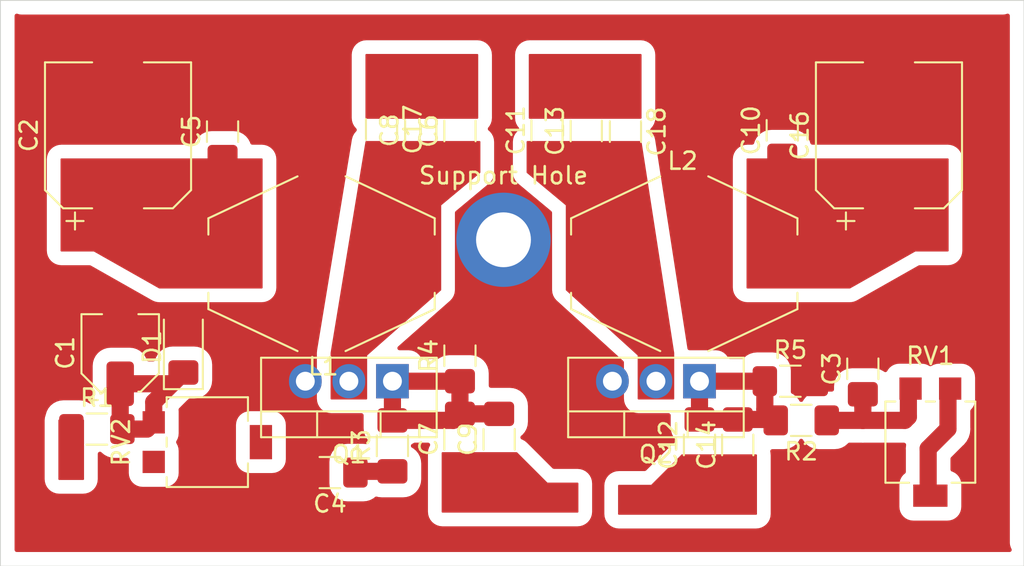
<source format=kicad_pcb>
(kicad_pcb (version 20171130) (host pcbnew 5.1.5+dfsg1-2)

  (general
    (thickness 1.6)
    (drawings 13)
    (tracks 78)
    (zones 0)
    (modules 30)
    (nets 16)
  )

  (page A4)
  (layers
    (0 F.Cu signal)
    (31 B.Cu signal hide)
    (32 B.Adhes user hide)
    (33 F.Adhes user hide)
    (34 B.Paste user hide)
    (35 F.Paste user hide)
    (36 B.SilkS user hide)
    (37 F.SilkS user hide)
    (38 B.Mask user hide)
    (39 F.Mask user hide)
    (40 Dwgs.User user hide)
    (41 Cmts.User user hide)
    (42 Eco1.User user hide)
    (43 Eco2.User user hide)
    (44 Edge.Cuts user)
    (45 Margin user hide)
    (46 B.CrtYd user hide)
    (47 F.CrtYd user)
    (48 B.Fab user hide)
    (49 F.Fab user hide)
  )

  (setup
    (last_trace_width 0.25)
    (user_trace_width 1)
    (trace_clearance 0.2)
    (zone_clearance 0.8)
    (zone_45_only no)
    (trace_min 0.2)
    (via_size 0.8)
    (via_drill 0.4)
    (via_min_size 0.4)
    (via_min_drill 0.3)
    (uvia_size 0.3)
    (uvia_drill 0.1)
    (uvias_allowed no)
    (uvia_min_size 0.2)
    (uvia_min_drill 0.1)
    (edge_width 0.05)
    (segment_width 0.2)
    (pcb_text_width 0.3)
    (pcb_text_size 1.5 1.5)
    (mod_edge_width 0.12)
    (mod_text_size 1 1)
    (mod_text_width 0.15)
    (pad_size 5.5 5.5)
    (pad_drill 3.2)
    (pad_to_mask_clearance 0.051)
    (solder_mask_min_width 0.25)
    (aux_axis_origin 0 0)
    (visible_elements FFFFFF7F)
    (pcbplotparams
      (layerselection 0x00000_7fffffff)
      (usegerberextensions false)
      (usegerberattributes false)
      (usegerberadvancedattributes false)
      (creategerberjobfile false)
      (excludeedgelayer true)
      (linewidth 0.100000)
      (plotframeref false)
      (viasonmask false)
      (mode 1)
      (useauxorigin false)
      (hpglpennumber 1)
      (hpglpenspeed 20)
      (hpglpendiameter 15.000000)
      (psnegative false)
      (psa4output false)
      (plotreference true)
      (plotvalue true)
      (plotinvisibletext false)
      (padsonsilk false)
      (subtractmaskfromsilk false)
      (outputformat 4)
      (mirror true)
      (drillshape 1)
      (scaleselection 1)
      (outputdirectory ""))
  )

  (net 0 "")
  (net 1 GND)
  (net 2 "Net-(C3-Pad1)")
  (net 3 "Net-(C4-Pad1)")
  (net 4 "Net-(C10-Pad1)")
  (net 5 "Net-(C7-Pad2)")
  (net 6 "Net-(C7-Pad1)")
  (net 7 "Net-(C11-Pad2)")
  (net 8 "Net-(C11-Pad1)")
  (net 9 "Net-(C12-Pad2)")
  (net 10 "Net-(C12-Pad1)")
  (net 11 "Net-(C1-Pad1)")
  (net 12 "Net-(R1-Pad1)")
  (net 13 "Net-(C2-Pad1)")
  (net 14 "Net-(C17-Pad1)")
  (net 15 "Net-(C17-Pad2)")

  (net_class Default "This is the default net class."
    (clearance 0.2)
    (trace_width 0.25)
    (via_dia 0.8)
    (via_drill 0.4)
    (uvia_dia 0.3)
    (uvia_drill 0.1)
    (add_net GND)
    (add_net "Net-(C1-Pad1)")
    (add_net "Net-(C10-Pad1)")
    (add_net "Net-(C11-Pad1)")
    (add_net "Net-(C11-Pad2)")
    (add_net "Net-(C12-Pad1)")
    (add_net "Net-(C12-Pad2)")
    (add_net "Net-(C17-Pad1)")
    (add_net "Net-(C17-Pad2)")
    (add_net "Net-(C2-Pad1)")
    (add_net "Net-(C3-Pad1)")
    (add_net "Net-(C4-Pad1)")
    (add_net "Net-(C7-Pad1)")
    (add_net "Net-(C7-Pad2)")
    (add_net "Net-(R1-Pad1)")
  )

  (module MountingHole:MountingHole_3.2mm_M3_ISO14580_Pad (layer F.Cu) (tedit 5FD5FE99) (tstamp 5FD61010)
    (at 82.677 59.69)
    (descr "Mounting Hole 3.2mm, M3, ISO14580")
    (tags "mounting hole 3.2mm m3 iso14580")
    (attr virtual)
    (fp_text reference "Support Hole" (at 0 -3.75) (layer F.SilkS)
      (effects (font (size 1 1) (thickness 0.15)))
    )
    (fp_text value MountingHole_3.2mm_M3_ISO14580_Pad (at 0 3.75) (layer F.Fab)
      (effects (font (size 1 1) (thickness 0.15)))
    )
    (fp_circle (center 0 0) (end 3 0) (layer F.CrtYd) (width 0.05))
    (fp_circle (center 0 0) (end 2.75 0) (layer Cmts.User) (width 0.15))
    (fp_text user %R (at 0.3 0) (layer F.Fab)
      (effects (font (size 1 1) (thickness 0.15)))
    )
    (pad 1 thru_hole circle (at 0 0) (size 5.5 5.5) (drill 3.2) (layers *.Cu *.Mask)
      (net 1 GND))
  )

  (module Capacitor_SMD:CP_Elec_4x5.3 (layer F.Cu) (tedit 5BCA39CF) (tstamp 5FD58B3D)
    (at 60.325 66.294 90)
    (descr "SMD capacitor, aluminum electrolytic, Vishay, 4.0x5.3mm")
    (tags "capacitor electrolytic")
    (path /5FD51E9B)
    (attr smd)
    (fp_text reference C1 (at 0 -3.2 90) (layer F.SilkS)
      (effects (font (size 1 1) (thickness 0.15)))
    )
    (fp_text value 1u (at 0 3.2 90) (layer F.Fab)
      (effects (font (size 1 1) (thickness 0.15)))
    )
    (fp_text user %R (at 0 0 90) (layer F.Fab)
      (effects (font (size 0.8 0.8) (thickness 0.12)))
    )
    (fp_line (start -3.35 1.05) (end -2.4 1.05) (layer F.CrtYd) (width 0.05))
    (fp_line (start -3.35 -1.05) (end -3.35 1.05) (layer F.CrtYd) (width 0.05))
    (fp_line (start -2.4 -1.05) (end -3.35 -1.05) (layer F.CrtYd) (width 0.05))
    (fp_line (start -2.4 1.05) (end -2.4 1.25) (layer F.CrtYd) (width 0.05))
    (fp_line (start -2.4 -1.25) (end -2.4 -1.05) (layer F.CrtYd) (width 0.05))
    (fp_line (start -2.4 -1.25) (end -1.25 -2.4) (layer F.CrtYd) (width 0.05))
    (fp_line (start -2.4 1.25) (end -1.25 2.4) (layer F.CrtYd) (width 0.05))
    (fp_line (start -1.25 -2.4) (end 2.4 -2.4) (layer F.CrtYd) (width 0.05))
    (fp_line (start -1.25 2.4) (end 2.4 2.4) (layer F.CrtYd) (width 0.05))
    (fp_line (start 2.4 1.05) (end 2.4 2.4) (layer F.CrtYd) (width 0.05))
    (fp_line (start 3.35 1.05) (end 2.4 1.05) (layer F.CrtYd) (width 0.05))
    (fp_line (start 3.35 -1.05) (end 3.35 1.05) (layer F.CrtYd) (width 0.05))
    (fp_line (start 2.4 -1.05) (end 3.35 -1.05) (layer F.CrtYd) (width 0.05))
    (fp_line (start 2.4 -2.4) (end 2.4 -1.05) (layer F.CrtYd) (width 0.05))
    (fp_line (start -2.75 -1.81) (end -2.75 -1.31) (layer F.SilkS) (width 0.12))
    (fp_line (start -3 -1.56) (end -2.5 -1.56) (layer F.SilkS) (width 0.12))
    (fp_line (start -2.26 1.195563) (end -1.195563 2.26) (layer F.SilkS) (width 0.12))
    (fp_line (start -2.26 -1.195563) (end -1.195563 -2.26) (layer F.SilkS) (width 0.12))
    (fp_line (start -2.26 -1.195563) (end -2.26 -1.06) (layer F.SilkS) (width 0.12))
    (fp_line (start -2.26 1.195563) (end -2.26 1.06) (layer F.SilkS) (width 0.12))
    (fp_line (start -1.195563 2.26) (end 2.26 2.26) (layer F.SilkS) (width 0.12))
    (fp_line (start -1.195563 -2.26) (end 2.26 -2.26) (layer F.SilkS) (width 0.12))
    (fp_line (start 2.26 -2.26) (end 2.26 -1.06) (layer F.SilkS) (width 0.12))
    (fp_line (start 2.26 2.26) (end 2.26 1.06) (layer F.SilkS) (width 0.12))
    (fp_line (start -1.374773 -1.2) (end -1.374773 -0.8) (layer F.Fab) (width 0.1))
    (fp_line (start -1.574773 -1) (end -1.174773 -1) (layer F.Fab) (width 0.1))
    (fp_line (start -2.15 1.15) (end -1.15 2.15) (layer F.Fab) (width 0.1))
    (fp_line (start -2.15 -1.15) (end -1.15 -2.15) (layer F.Fab) (width 0.1))
    (fp_line (start -2.15 -1.15) (end -2.15 1.15) (layer F.Fab) (width 0.1))
    (fp_line (start -1.15 2.15) (end 2.15 2.15) (layer F.Fab) (width 0.1))
    (fp_line (start -1.15 -2.15) (end 2.15 -2.15) (layer F.Fab) (width 0.1))
    (fp_line (start 2.15 -2.15) (end 2.15 2.15) (layer F.Fab) (width 0.1))
    (fp_circle (center 0 0) (end 2 0) (layer F.Fab) (width 0.1))
    (pad 2 smd roundrect (at 1.8 0 90) (size 2.6 1.6) (layers F.Cu F.Paste F.Mask) (roundrect_rratio 0.15625)
      (net 1 GND))
    (pad 1 smd roundrect (at -1.8 0 90) (size 2.6 1.6) (layers F.Cu F.Paste F.Mask) (roundrect_rratio 0.15625)
      (net 11 "Net-(C1-Pad1)"))
    (model ${KISYS3DMOD}/Capacitor_SMD.3dshapes/CP_Elec_4x5.3.wrl
      (at (xyz 0 0 0))
      (scale (xyz 1 1 1))
      (rotate (xyz 0 0 0))
    )
  )

  (module Capacitor_SMD:C_1206_3216Metric_Pad1.42x1.75mm_HandSolder (layer F.Cu) (tedit 5B301BBE) (tstamp 5FD5BBCC)
    (at 89.789 53.3765 270)
    (descr "Capacitor SMD 1206 (3216 Metric), square (rectangular) end terminal, IPC_7351 nominal with elongated pad for handsoldering. (Body size source: http://www.tortai-tech.com/upload/download/2011102023233369053.pdf), generated with kicad-footprint-generator")
    (tags "capacitor handsolder")
    (path /6018EEF3)
    (attr smd)
    (fp_text reference C18 (at 0 -1.82 90) (layer F.SilkS)
      (effects (font (size 1 1) (thickness 0.15)))
    )
    (fp_text value 100n (at 0 1.82 90) (layer F.Fab)
      (effects (font (size 1 1) (thickness 0.15)))
    )
    (fp_text user %R (at 0 0 90) (layer F.Fab)
      (effects (font (size 0.8 0.8) (thickness 0.12)))
    )
    (fp_line (start 2.45 1.12) (end -2.45 1.12) (layer F.CrtYd) (width 0.05))
    (fp_line (start 2.45 -1.12) (end 2.45 1.12) (layer F.CrtYd) (width 0.05))
    (fp_line (start -2.45 -1.12) (end 2.45 -1.12) (layer F.CrtYd) (width 0.05))
    (fp_line (start -2.45 1.12) (end -2.45 -1.12) (layer F.CrtYd) (width 0.05))
    (fp_line (start -0.602064 0.91) (end 0.602064 0.91) (layer F.SilkS) (width 0.12))
    (fp_line (start -0.602064 -0.91) (end 0.602064 -0.91) (layer F.SilkS) (width 0.12))
    (fp_line (start 1.6 0.8) (end -1.6 0.8) (layer F.Fab) (width 0.1))
    (fp_line (start 1.6 -0.8) (end 1.6 0.8) (layer F.Fab) (width 0.1))
    (fp_line (start -1.6 -0.8) (end 1.6 -0.8) (layer F.Fab) (width 0.1))
    (fp_line (start -1.6 0.8) (end -1.6 -0.8) (layer F.Fab) (width 0.1))
    (pad 2 smd roundrect (at 1.4875 0 270) (size 1.425 1.75) (layers F.Cu F.Paste F.Mask) (roundrect_rratio 0.175439)
      (net 8 "Net-(C11-Pad1)"))
    (pad 1 smd roundrect (at -1.4875 0 270) (size 1.425 1.75) (layers F.Cu F.Paste F.Mask) (roundrect_rratio 0.175439)
      (net 7 "Net-(C11-Pad2)"))
    (model ${KISYS3DMOD}/Capacitor_SMD.3dshapes/C_1206_3216Metric.wrl
      (at (xyz 0 0 0))
      (scale (xyz 1 1 1))
      (rotate (xyz 0 0 0))
    )
  )

  (module Capacitor_SMD:C_1206_3216Metric_Pad1.42x1.75mm_HandSolder (layer F.Cu) (tedit 5B301BBE) (tstamp 5FD5BEA6)
    (at 75.565 53.2495 270)
    (descr "Capacitor SMD 1206 (3216 Metric), square (rectangular) end terminal, IPC_7351 nominal with elongated pad for handsoldering. (Body size source: http://www.tortai-tech.com/upload/download/2011102023233369053.pdf), generated with kicad-footprint-generator")
    (tags "capacitor handsolder")
    (path /6018C70C)
    (attr smd)
    (fp_text reference C17 (at 0 -1.82 90) (layer F.SilkS)
      (effects (font (size 1 1) (thickness 0.15)))
    )
    (fp_text value 100n (at 0 1.82 90) (layer F.Fab)
      (effects (font (size 1 1) (thickness 0.15)))
    )
    (fp_text user %R (at 0 0 90) (layer F.Fab)
      (effects (font (size 0.8 0.8) (thickness 0.12)))
    )
    (fp_line (start 2.45 1.12) (end -2.45 1.12) (layer F.CrtYd) (width 0.05))
    (fp_line (start 2.45 -1.12) (end 2.45 1.12) (layer F.CrtYd) (width 0.05))
    (fp_line (start -2.45 -1.12) (end 2.45 -1.12) (layer F.CrtYd) (width 0.05))
    (fp_line (start -2.45 1.12) (end -2.45 -1.12) (layer F.CrtYd) (width 0.05))
    (fp_line (start -0.602064 0.91) (end 0.602064 0.91) (layer F.SilkS) (width 0.12))
    (fp_line (start -0.602064 -0.91) (end 0.602064 -0.91) (layer F.SilkS) (width 0.12))
    (fp_line (start 1.6 0.8) (end -1.6 0.8) (layer F.Fab) (width 0.1))
    (fp_line (start 1.6 -0.8) (end 1.6 0.8) (layer F.Fab) (width 0.1))
    (fp_line (start -1.6 -0.8) (end 1.6 -0.8) (layer F.Fab) (width 0.1))
    (fp_line (start -1.6 0.8) (end -1.6 -0.8) (layer F.Fab) (width 0.1))
    (pad 2 smd roundrect (at 1.4875 0 270) (size 1.425 1.75) (layers F.Cu F.Paste F.Mask) (roundrect_rratio 0.175439)
      (net 15 "Net-(C17-Pad2)"))
    (pad 1 smd roundrect (at -1.4875 0 270) (size 1.425 1.75) (layers F.Cu F.Paste F.Mask) (roundrect_rratio 0.175439)
      (net 14 "Net-(C17-Pad1)"))
    (model ${KISYS3DMOD}/Capacitor_SMD.3dshapes/C_1206_3216Metric.wrl
      (at (xyz 0 0 0))
      (scale (xyz 1 1 1))
      (rotate (xyz 0 0 0))
    )
  )

  (module Potentiometer_SMD:Potentiometer_Bourns_3314R-GM5_Vertical (layer F.Cu) (tedit 5A81E1D7) (tstamp 5FD58F21)
    (at 65.405 71.501 90)
    (descr "Potentiometer, vertical, Bourns 3314R-GM5, http://www.bourns.com/docs/Product-Datasheets/3314.pdf")
    (tags "Potentiometer vertical Bourns 3314R-GM5")
    (path /5FD50B79)
    (attr smd)
    (fp_text reference RV2 (at 0 -5.025 90) (layer F.SilkS)
      (effects (font (size 1 1) (thickness 0.15)))
    )
    (fp_text value 1k (at 0 5.025 90) (layer F.Fab)
      (effects (font (size 1 1) (thickness 0.15)))
    )
    (fp_text user %R (at 0 -1.7 90) (layer F.Fab)
      (effects (font (size 0.63 0.63) (thickness 0.15)))
    )
    (fp_line (start 2.75 -4.05) (end -2.75 -4.05) (layer F.CrtYd) (width 0.05))
    (fp_line (start 2.75 4.05) (end 2.75 -4.05) (layer F.CrtYd) (width 0.05))
    (fp_line (start -2.75 4.05) (end 2.75 4.05) (layer F.CrtYd) (width 0.05))
    (fp_line (start -2.75 -4.05) (end -2.75 4.05) (layer F.CrtYd) (width 0.05))
    (fp_line (start 2.62 -2.37) (end 2.62 2.37) (layer F.SilkS) (width 0.12))
    (fp_line (start -2.62 -2.37) (end -2.62 2.37) (layer F.SilkS) (width 0.12))
    (fp_line (start 1.24 2.37) (end 2.62 2.37) (layer F.SilkS) (width 0.12))
    (fp_line (start -2.62 2.37) (end -1.24 2.37) (layer F.SilkS) (width 0.12))
    (fp_line (start -0.264 -2.37) (end 0.265 -2.37) (layer F.SilkS) (width 0.12))
    (fp_line (start -2.62 -2.37) (end -2.044 -2.37) (layer F.SilkS) (width 0.12))
    (fp_line (start 2.045 -2.37) (end 2.62 -2.37) (layer F.SilkS) (width 0.12))
    (fp_line (start 0 0.99) (end 0.001 -0.989) (layer F.Fab) (width 0.1))
    (fp_line (start 0 0.99) (end 0.001 -0.989) (layer F.Fab) (width 0.1))
    (fp_line (start 2.5 -2.25) (end -2.5 -2.25) (layer F.Fab) (width 0.1))
    (fp_line (start 2.5 2.25) (end 2.5 -2.25) (layer F.Fab) (width 0.1))
    (fp_line (start -2.5 2.25) (end 2.5 2.25) (layer F.Fab) (width 0.1))
    (fp_line (start -2.5 -2.25) (end -2.5 2.25) (layer F.Fab) (width 0.1))
    (fp_circle (center 0 0) (end 1 0) (layer F.Fab) (width 0.1))
    (pad 3 smd rect (at -1.155 -3.125 90) (size 1.3 1.3) (layers F.Cu F.Paste F.Mask)
      (net 3 "Net-(C4-Pad1)"))
    (pad 2 smd rect (at 0 3.125 90) (size 2 1.3) (layers F.Cu F.Paste F.Mask)
      (net 11 "Net-(C1-Pad1)"))
    (pad 1 smd rect (at 1.155 -3.125 90) (size 1.3 1.3) (layers F.Cu F.Paste F.Mask)
      (net 11 "Net-(C1-Pad1)"))
    (model ${KISYS3DMOD}/Potentiometer_SMD.3dshapes/Potentiometer_Bourns_3314R-GM5_Vertical.wrl
      (at (xyz 0 0 0))
      (scale (xyz 1 1 1))
      (rotate (xyz 0 0 0))
    )
  )

  (module Potentiometer_SMD:Potentiometer_Bourns_3314R-GM5_Vertical (layer F.Cu) (tedit 5A81E1D7) (tstamp 5FD637E5)
    (at 107.569 71.501)
    (descr "Potentiometer, vertical, Bourns 3314R-GM5, http://www.bourns.com/docs/Product-Datasheets/3314.pdf")
    (tags "Potentiometer vertical Bourns 3314R-GM5")
    (path /5FD50484)
    (attr smd)
    (fp_text reference RV1 (at 0 -5.025) (layer F.SilkS)
      (effects (font (size 1 1) (thickness 0.15)))
    )
    (fp_text value 1k (at 0 5.025) (layer F.Fab)
      (effects (font (size 1 1) (thickness 0.15)))
    )
    (fp_text user %R (at 0 -1.7) (layer F.Fab)
      (effects (font (size 0.63 0.63) (thickness 0.15)))
    )
    (fp_line (start 2.75 -4.05) (end -2.75 -4.05) (layer F.CrtYd) (width 0.05))
    (fp_line (start 2.75 4.05) (end 2.75 -4.05) (layer F.CrtYd) (width 0.05))
    (fp_line (start -2.75 4.05) (end 2.75 4.05) (layer F.CrtYd) (width 0.05))
    (fp_line (start -2.75 -4.05) (end -2.75 4.05) (layer F.CrtYd) (width 0.05))
    (fp_line (start 2.62 -2.37) (end 2.62 2.37) (layer F.SilkS) (width 0.12))
    (fp_line (start -2.62 -2.37) (end -2.62 2.37) (layer F.SilkS) (width 0.12))
    (fp_line (start 1.24 2.37) (end 2.62 2.37) (layer F.SilkS) (width 0.12))
    (fp_line (start -2.62 2.37) (end -1.24 2.37) (layer F.SilkS) (width 0.12))
    (fp_line (start -0.264 -2.37) (end 0.265 -2.37) (layer F.SilkS) (width 0.12))
    (fp_line (start -2.62 -2.37) (end -2.044 -2.37) (layer F.SilkS) (width 0.12))
    (fp_line (start 2.045 -2.37) (end 2.62 -2.37) (layer F.SilkS) (width 0.12))
    (fp_line (start 0 0.99) (end 0.001 -0.989) (layer F.Fab) (width 0.1))
    (fp_line (start 0 0.99) (end 0.001 -0.989) (layer F.Fab) (width 0.1))
    (fp_line (start 2.5 -2.25) (end -2.5 -2.25) (layer F.Fab) (width 0.1))
    (fp_line (start 2.5 2.25) (end 2.5 -2.25) (layer F.Fab) (width 0.1))
    (fp_line (start -2.5 2.25) (end 2.5 2.25) (layer F.Fab) (width 0.1))
    (fp_line (start -2.5 -2.25) (end -2.5 2.25) (layer F.Fab) (width 0.1))
    (fp_circle (center 0 0) (end 1 0) (layer F.Fab) (width 0.1))
    (pad 3 smd rect (at -1.155 -3.125) (size 1.3 1.3) (layers F.Cu F.Paste F.Mask)
      (net 2 "Net-(C3-Pad1)"))
    (pad 2 smd rect (at 0 3.125) (size 2 1.3) (layers F.Cu F.Paste F.Mask)
      (net 11 "Net-(C1-Pad1)"))
    (pad 1 smd rect (at 1.155 -3.125) (size 1.3 1.3) (layers F.Cu F.Paste F.Mask)
      (net 11 "Net-(C1-Pad1)"))
    (model ${KISYS3DMOD}/Potentiometer_SMD.3dshapes/Potentiometer_Bourns_3314R-GM5_Vertical.wrl
      (at (xyz 0 0 0))
      (scale (xyz 1 1 1))
      (rotate (xyz 0 0 0))
    )
  )

  (module Capacitor_SMD:CP_Elec_8x10 (layer F.Cu) (tedit 5BCA39D0) (tstamp 5FD58D35)
    (at 105.156 53.594 90)
    (descr "SMD capacitor, aluminum electrolytic, Nichicon, 8.0x10mm")
    (tags "capacitor electrolytic")
    (path /600B4D87)
    (attr smd)
    (fp_text reference C16 (at 0 -5.2 90) (layer F.SilkS)
      (effects (font (size 1 1) (thickness 0.15)))
    )
    (fp_text value 100u (at 0 5.2 90) (layer F.Fab)
      (effects (font (size 1 1) (thickness 0.15)))
    )
    (fp_text user %R (at 0 0 90) (layer F.Fab)
      (effects (font (size 1 1) (thickness 0.15)))
    )
    (fp_line (start -5.25 1.5) (end -4.4 1.5) (layer F.CrtYd) (width 0.05))
    (fp_line (start -5.25 -1.5) (end -5.25 1.5) (layer F.CrtYd) (width 0.05))
    (fp_line (start -4.4 -1.5) (end -5.25 -1.5) (layer F.CrtYd) (width 0.05))
    (fp_line (start -4.4 1.5) (end -4.4 3.25) (layer F.CrtYd) (width 0.05))
    (fp_line (start -4.4 -3.25) (end -4.4 -1.5) (layer F.CrtYd) (width 0.05))
    (fp_line (start -4.4 -3.25) (end -3.25 -4.4) (layer F.CrtYd) (width 0.05))
    (fp_line (start -4.4 3.25) (end -3.25 4.4) (layer F.CrtYd) (width 0.05))
    (fp_line (start -3.25 -4.4) (end 4.4 -4.4) (layer F.CrtYd) (width 0.05))
    (fp_line (start -3.25 4.4) (end 4.4 4.4) (layer F.CrtYd) (width 0.05))
    (fp_line (start 4.4 1.5) (end 4.4 4.4) (layer F.CrtYd) (width 0.05))
    (fp_line (start 5.25 1.5) (end 4.4 1.5) (layer F.CrtYd) (width 0.05))
    (fp_line (start 5.25 -1.5) (end 5.25 1.5) (layer F.CrtYd) (width 0.05))
    (fp_line (start 4.4 -1.5) (end 5.25 -1.5) (layer F.CrtYd) (width 0.05))
    (fp_line (start 4.4 -4.4) (end 4.4 -1.5) (layer F.CrtYd) (width 0.05))
    (fp_line (start -5 -3.01) (end -5 -2.01) (layer F.SilkS) (width 0.12))
    (fp_line (start -5.5 -2.51) (end -4.5 -2.51) (layer F.SilkS) (width 0.12))
    (fp_line (start -4.26 3.195563) (end -3.195563 4.26) (layer F.SilkS) (width 0.12))
    (fp_line (start -4.26 -3.195563) (end -3.195563 -4.26) (layer F.SilkS) (width 0.12))
    (fp_line (start -4.26 -3.195563) (end -4.26 -1.51) (layer F.SilkS) (width 0.12))
    (fp_line (start -4.26 3.195563) (end -4.26 1.51) (layer F.SilkS) (width 0.12))
    (fp_line (start -3.195563 4.26) (end 4.26 4.26) (layer F.SilkS) (width 0.12))
    (fp_line (start -3.195563 -4.26) (end 4.26 -4.26) (layer F.SilkS) (width 0.12))
    (fp_line (start 4.26 -4.26) (end 4.26 -1.51) (layer F.SilkS) (width 0.12))
    (fp_line (start 4.26 4.26) (end 4.26 1.51) (layer F.SilkS) (width 0.12))
    (fp_line (start -3.162278 -1.9) (end -3.162278 -1.1) (layer F.Fab) (width 0.1))
    (fp_line (start -3.562278 -1.5) (end -2.762278 -1.5) (layer F.Fab) (width 0.1))
    (fp_line (start -4.15 3.15) (end -3.15 4.15) (layer F.Fab) (width 0.1))
    (fp_line (start -4.15 -3.15) (end -3.15 -4.15) (layer F.Fab) (width 0.1))
    (fp_line (start -4.15 -3.15) (end -4.15 3.15) (layer F.Fab) (width 0.1))
    (fp_line (start -3.15 4.15) (end 4.15 4.15) (layer F.Fab) (width 0.1))
    (fp_line (start -3.15 -4.15) (end 4.15 -4.15) (layer F.Fab) (width 0.1))
    (fp_line (start 4.15 -4.15) (end 4.15 4.15) (layer F.Fab) (width 0.1))
    (fp_circle (center 0 0) (end 4 0) (layer F.Fab) (width 0.1))
    (pad 2 smd roundrect (at 3.25 0 90) (size 3.5 2.5) (layers F.Cu F.Paste F.Mask) (roundrect_rratio 0.1)
      (net 1 GND))
    (pad 1 smd roundrect (at -3.25 0 90) (size 3.5 2.5) (layers F.Cu F.Paste F.Mask) (roundrect_rratio 0.1)
      (net 4 "Net-(C10-Pad1)"))
    (model ${KISYS3DMOD}/Capacitor_SMD.3dshapes/CP_Elec_8x10.wrl
      (at (xyz 0 0 0))
      (scale (xyz 1 1 1))
      (rotate (xyz 0 0 0))
    )
  )

  (module Capacitor_SMD:CP_Elec_8x10 (layer F.Cu) (tedit 5BCA39D0) (tstamp 5FD58B65)
    (at 60.198 53.594 90)
    (descr "SMD capacitor, aluminum electrolytic, Nichicon, 8.0x10mm")
    (tags "capacitor electrolytic")
    (path /5FD5161E)
    (attr smd)
    (fp_text reference C2 (at 0 -5.2 90) (layer F.SilkS)
      (effects (font (size 1 1) (thickness 0.15)))
    )
    (fp_text value 100u (at 0 5.2 90) (layer F.Fab)
      (effects (font (size 1 1) (thickness 0.15)))
    )
    (fp_text user %R (at 0 0 90) (layer F.Fab)
      (effects (font (size 1 1) (thickness 0.15)))
    )
    (fp_line (start -5.25 1.5) (end -4.4 1.5) (layer F.CrtYd) (width 0.05))
    (fp_line (start -5.25 -1.5) (end -5.25 1.5) (layer F.CrtYd) (width 0.05))
    (fp_line (start -4.4 -1.5) (end -5.25 -1.5) (layer F.CrtYd) (width 0.05))
    (fp_line (start -4.4 1.5) (end -4.4 3.25) (layer F.CrtYd) (width 0.05))
    (fp_line (start -4.4 -3.25) (end -4.4 -1.5) (layer F.CrtYd) (width 0.05))
    (fp_line (start -4.4 -3.25) (end -3.25 -4.4) (layer F.CrtYd) (width 0.05))
    (fp_line (start -4.4 3.25) (end -3.25 4.4) (layer F.CrtYd) (width 0.05))
    (fp_line (start -3.25 -4.4) (end 4.4 -4.4) (layer F.CrtYd) (width 0.05))
    (fp_line (start -3.25 4.4) (end 4.4 4.4) (layer F.CrtYd) (width 0.05))
    (fp_line (start 4.4 1.5) (end 4.4 4.4) (layer F.CrtYd) (width 0.05))
    (fp_line (start 5.25 1.5) (end 4.4 1.5) (layer F.CrtYd) (width 0.05))
    (fp_line (start 5.25 -1.5) (end 5.25 1.5) (layer F.CrtYd) (width 0.05))
    (fp_line (start 4.4 -1.5) (end 5.25 -1.5) (layer F.CrtYd) (width 0.05))
    (fp_line (start 4.4 -4.4) (end 4.4 -1.5) (layer F.CrtYd) (width 0.05))
    (fp_line (start -5 -3.01) (end -5 -2.01) (layer F.SilkS) (width 0.12))
    (fp_line (start -5.5 -2.51) (end -4.5 -2.51) (layer F.SilkS) (width 0.12))
    (fp_line (start -4.26 3.195563) (end -3.195563 4.26) (layer F.SilkS) (width 0.12))
    (fp_line (start -4.26 -3.195563) (end -3.195563 -4.26) (layer F.SilkS) (width 0.12))
    (fp_line (start -4.26 -3.195563) (end -4.26 -1.51) (layer F.SilkS) (width 0.12))
    (fp_line (start -4.26 3.195563) (end -4.26 1.51) (layer F.SilkS) (width 0.12))
    (fp_line (start -3.195563 4.26) (end 4.26 4.26) (layer F.SilkS) (width 0.12))
    (fp_line (start -3.195563 -4.26) (end 4.26 -4.26) (layer F.SilkS) (width 0.12))
    (fp_line (start 4.26 -4.26) (end 4.26 -1.51) (layer F.SilkS) (width 0.12))
    (fp_line (start 4.26 4.26) (end 4.26 1.51) (layer F.SilkS) (width 0.12))
    (fp_line (start -3.162278 -1.9) (end -3.162278 -1.1) (layer F.Fab) (width 0.1))
    (fp_line (start -3.562278 -1.5) (end -2.762278 -1.5) (layer F.Fab) (width 0.1))
    (fp_line (start -4.15 3.15) (end -3.15 4.15) (layer F.Fab) (width 0.1))
    (fp_line (start -4.15 -3.15) (end -3.15 -4.15) (layer F.Fab) (width 0.1))
    (fp_line (start -4.15 -3.15) (end -4.15 3.15) (layer F.Fab) (width 0.1))
    (fp_line (start -3.15 4.15) (end 4.15 4.15) (layer F.Fab) (width 0.1))
    (fp_line (start -3.15 -4.15) (end 4.15 -4.15) (layer F.Fab) (width 0.1))
    (fp_line (start 4.15 -4.15) (end 4.15 4.15) (layer F.Fab) (width 0.1))
    (fp_circle (center 0 0) (end 4 0) (layer F.Fab) (width 0.1))
    (pad 2 smd roundrect (at 3.25 0 90) (size 3.5 2.5) (layers F.Cu F.Paste F.Mask) (roundrect_rratio 0.1)
      (net 1 GND))
    (pad 1 smd roundrect (at -3.25 0 90) (size 3.5 2.5) (layers F.Cu F.Paste F.Mask) (roundrect_rratio 0.1)
      (net 13 "Net-(C2-Pad1)"))
    (model ${KISYS3DMOD}/Capacitor_SMD.3dshapes/CP_Elec_8x10.wrl
      (at (xyz 0 0 0))
      (scale (xyz 1 1 1))
      (rotate (xyz 0 0 0))
    )
  )

  (module Resistor_SMD:R_1206_3216Metric_Pad1.42x1.75mm_HandSolder (layer F.Cu) (tedit 5B301BBD) (tstamp 5FD54395)
    (at 99.4045 67.945)
    (descr "Resistor SMD 1206 (3216 Metric), square (rectangular) end terminal, IPC_7351 nominal with elongated pad for handsoldering. (Body size source: http://www.tortai-tech.com/upload/download/2011102023233369053.pdf), generated with kicad-footprint-generator")
    (tags "resistor handsolder")
    (path /5FD4A12D)
    (attr smd)
    (fp_text reference R5 (at 0 -1.82) (layer F.SilkS)
      (effects (font (size 1 1) (thickness 0.15)))
    )
    (fp_text value 560 (at 0 1.82) (layer F.Fab)
      (effects (font (size 1 1) (thickness 0.15)))
    )
    (fp_text user %R (at 0 0) (layer F.Fab)
      (effects (font (size 0.8 0.8) (thickness 0.12)))
    )
    (fp_line (start 2.45 1.12) (end -2.45 1.12) (layer F.CrtYd) (width 0.05))
    (fp_line (start 2.45 -1.12) (end 2.45 1.12) (layer F.CrtYd) (width 0.05))
    (fp_line (start -2.45 -1.12) (end 2.45 -1.12) (layer F.CrtYd) (width 0.05))
    (fp_line (start -2.45 1.12) (end -2.45 -1.12) (layer F.CrtYd) (width 0.05))
    (fp_line (start -0.602064 0.91) (end 0.602064 0.91) (layer F.SilkS) (width 0.12))
    (fp_line (start -0.602064 -0.91) (end 0.602064 -0.91) (layer F.SilkS) (width 0.12))
    (fp_line (start 1.6 0.8) (end -1.6 0.8) (layer F.Fab) (width 0.1))
    (fp_line (start 1.6 -0.8) (end 1.6 0.8) (layer F.Fab) (width 0.1))
    (fp_line (start -1.6 -0.8) (end 1.6 -0.8) (layer F.Fab) (width 0.1))
    (fp_line (start -1.6 0.8) (end -1.6 -0.8) (layer F.Fab) (width 0.1))
    (pad 2 smd roundrect (at 1.4875 0) (size 1.425 1.75) (layers F.Cu F.Paste F.Mask) (roundrect_rratio 0.175439)
      (net 1 GND))
    (pad 1 smd roundrect (at -1.4875 0) (size 1.425 1.75) (layers F.Cu F.Paste F.Mask) (roundrect_rratio 0.175439)
      (net 9 "Net-(C12-Pad2)"))
    (model ${KISYS3DMOD}/Resistor_SMD.3dshapes/R_1206_3216Metric.wrl
      (at (xyz 0 0 0))
      (scale (xyz 1 1 1))
      (rotate (xyz 0 0 0))
    )
  )

  (module Resistor_SMD:R_1206_3216Metric_Pad1.42x1.75mm_HandSolder (layer F.Cu) (tedit 5B301BBD) (tstamp 5FD54384)
    (at 80.137 66.4575 90)
    (descr "Resistor SMD 1206 (3216 Metric), square (rectangular) end terminal, IPC_7351 nominal with elongated pad for handsoldering. (Body size source: http://www.tortai-tech.com/upload/download/2011102023233369053.pdf), generated with kicad-footprint-generator")
    (tags "resistor handsolder")
    (path /5FD4A032)
    (attr smd)
    (fp_text reference R4 (at 0 -1.82 90) (layer F.SilkS)
      (effects (font (size 1 1) (thickness 0.15)))
    )
    (fp_text value 560 (at 0 1.82 90) (layer F.Fab)
      (effects (font (size 1 1) (thickness 0.15)))
    )
    (fp_text user %R (at 0 0 90) (layer F.Fab)
      (effects (font (size 0.8 0.8) (thickness 0.12)))
    )
    (fp_line (start 2.45 1.12) (end -2.45 1.12) (layer F.CrtYd) (width 0.05))
    (fp_line (start 2.45 -1.12) (end 2.45 1.12) (layer F.CrtYd) (width 0.05))
    (fp_line (start -2.45 -1.12) (end 2.45 -1.12) (layer F.CrtYd) (width 0.05))
    (fp_line (start -2.45 1.12) (end -2.45 -1.12) (layer F.CrtYd) (width 0.05))
    (fp_line (start -0.602064 0.91) (end 0.602064 0.91) (layer F.SilkS) (width 0.12))
    (fp_line (start -0.602064 -0.91) (end 0.602064 -0.91) (layer F.SilkS) (width 0.12))
    (fp_line (start 1.6 0.8) (end -1.6 0.8) (layer F.Fab) (width 0.1))
    (fp_line (start 1.6 -0.8) (end 1.6 0.8) (layer F.Fab) (width 0.1))
    (fp_line (start -1.6 -0.8) (end 1.6 -0.8) (layer F.Fab) (width 0.1))
    (fp_line (start -1.6 0.8) (end -1.6 -0.8) (layer F.Fab) (width 0.1))
    (pad 2 smd roundrect (at 1.4875 0 90) (size 1.425 1.75) (layers F.Cu F.Paste F.Mask) (roundrect_rratio 0.175439)
      (net 1 GND))
    (pad 1 smd roundrect (at -1.4875 0 90) (size 1.425 1.75) (layers F.Cu F.Paste F.Mask) (roundrect_rratio 0.175439)
      (net 5 "Net-(C7-Pad2)"))
    (model ${KISYS3DMOD}/Resistor_SMD.3dshapes/R_1206_3216Metric.wrl
      (at (xyz 0 0 0))
      (scale (xyz 1 1 1))
      (rotate (xyz 0 0 0))
    )
  )

  (module Resistor_SMD:R_1206_3216Metric_Pad1.42x1.75mm_HandSolder (layer F.Cu) (tedit 5B301BBD) (tstamp 5FD54373)
    (at 76.2 71.7185 90)
    (descr "Resistor SMD 1206 (3216 Metric), square (rectangular) end terminal, IPC_7351 nominal with elongated pad for handsoldering. (Body size source: http://www.tortai-tech.com/upload/download/2011102023233369053.pdf), generated with kicad-footprint-generator")
    (tags "resistor handsolder")
    (path /5FD49F4C)
    (attr smd)
    (fp_text reference R3 (at 0 -1.82 90) (layer F.SilkS)
      (effects (font (size 1 1) (thickness 0.15)))
    )
    (fp_text value 56 (at 0 1.82 90) (layer F.Fab)
      (effects (font (size 1 1) (thickness 0.15)))
    )
    (fp_text user %R (at 0 0 90) (layer F.Fab)
      (effects (font (size 0.8 0.8) (thickness 0.12)))
    )
    (fp_line (start 2.45 1.12) (end -2.45 1.12) (layer F.CrtYd) (width 0.05))
    (fp_line (start 2.45 -1.12) (end 2.45 1.12) (layer F.CrtYd) (width 0.05))
    (fp_line (start -2.45 -1.12) (end 2.45 -1.12) (layer F.CrtYd) (width 0.05))
    (fp_line (start -2.45 1.12) (end -2.45 -1.12) (layer F.CrtYd) (width 0.05))
    (fp_line (start -0.602064 0.91) (end 0.602064 0.91) (layer F.SilkS) (width 0.12))
    (fp_line (start -0.602064 -0.91) (end 0.602064 -0.91) (layer F.SilkS) (width 0.12))
    (fp_line (start 1.6 0.8) (end -1.6 0.8) (layer F.Fab) (width 0.1))
    (fp_line (start 1.6 -0.8) (end 1.6 0.8) (layer F.Fab) (width 0.1))
    (fp_line (start -1.6 -0.8) (end 1.6 -0.8) (layer F.Fab) (width 0.1))
    (fp_line (start -1.6 0.8) (end -1.6 -0.8) (layer F.Fab) (width 0.1))
    (pad 2 smd roundrect (at 1.4875 0 90) (size 1.425 1.75) (layers F.Cu F.Paste F.Mask) (roundrect_rratio 0.175439)
      (net 5 "Net-(C7-Pad2)"))
    (pad 1 smd roundrect (at -1.4875 0 90) (size 1.425 1.75) (layers F.Cu F.Paste F.Mask) (roundrect_rratio 0.175439)
      (net 3 "Net-(C4-Pad1)"))
    (model ${KISYS3DMOD}/Resistor_SMD.3dshapes/R_1206_3216Metric.wrl
      (at (xyz 0 0 0))
      (scale (xyz 1 1 1))
      (rotate (xyz 0 0 0))
    )
  )

  (module Resistor_SMD:R_1206_3216Metric_Pad1.42x1.75mm_HandSolder (layer F.Cu) (tedit 5B301BBD) (tstamp 5FD54362)
    (at 100.0395 70.231 180)
    (descr "Resistor SMD 1206 (3216 Metric), square (rectangular) end terminal, IPC_7351 nominal with elongated pad for handsoldering. (Body size source: http://www.tortai-tech.com/upload/download/2011102023233369053.pdf), generated with kicad-footprint-generator")
    (tags "resistor handsolder")
    (path /5FD49E3B)
    (attr smd)
    (fp_text reference R2 (at 0 -1.82) (layer F.SilkS)
      (effects (font (size 1 1) (thickness 0.15)))
    )
    (fp_text value 56 (at 0 1.82) (layer F.Fab)
      (effects (font (size 1 1) (thickness 0.15)))
    )
    (fp_text user %R (at 0 0) (layer F.Fab)
      (effects (font (size 0.8 0.8) (thickness 0.12)))
    )
    (fp_line (start 2.45 1.12) (end -2.45 1.12) (layer F.CrtYd) (width 0.05))
    (fp_line (start 2.45 -1.12) (end 2.45 1.12) (layer F.CrtYd) (width 0.05))
    (fp_line (start -2.45 -1.12) (end 2.45 -1.12) (layer F.CrtYd) (width 0.05))
    (fp_line (start -2.45 1.12) (end -2.45 -1.12) (layer F.CrtYd) (width 0.05))
    (fp_line (start -0.602064 0.91) (end 0.602064 0.91) (layer F.SilkS) (width 0.12))
    (fp_line (start -0.602064 -0.91) (end 0.602064 -0.91) (layer F.SilkS) (width 0.12))
    (fp_line (start 1.6 0.8) (end -1.6 0.8) (layer F.Fab) (width 0.1))
    (fp_line (start 1.6 -0.8) (end 1.6 0.8) (layer F.Fab) (width 0.1))
    (fp_line (start -1.6 -0.8) (end 1.6 -0.8) (layer F.Fab) (width 0.1))
    (fp_line (start -1.6 0.8) (end -1.6 -0.8) (layer F.Fab) (width 0.1))
    (pad 2 smd roundrect (at 1.4875 0 180) (size 1.425 1.75) (layers F.Cu F.Paste F.Mask) (roundrect_rratio 0.175439)
      (net 9 "Net-(C12-Pad2)"))
    (pad 1 smd roundrect (at -1.4875 0 180) (size 1.425 1.75) (layers F.Cu F.Paste F.Mask) (roundrect_rratio 0.175439)
      (net 2 "Net-(C3-Pad1)"))
    (model ${KISYS3DMOD}/Resistor_SMD.3dshapes/R_1206_3216Metric.wrl
      (at (xyz 0 0 0))
      (scale (xyz 1 1 1))
      (rotate (xyz 0 0 0))
    )
  )

  (module Resistor_SMD:R_1206_3216Metric_Pad1.42x1.75mm_HandSolder (layer F.Cu) (tedit 5B301BBD) (tstamp 5FD54351)
    (at 58.9645 70.739)
    (descr "Resistor SMD 1206 (3216 Metric), square (rectangular) end terminal, IPC_7351 nominal with elongated pad for handsoldering. (Body size source: http://www.tortai-tech.com/upload/download/2011102023233369053.pdf), generated with kicad-footprint-generator")
    (tags "resistor handsolder")
    (path /5FD510F4)
    (attr smd)
    (fp_text reference R1 (at 0 -1.82) (layer F.SilkS)
      (effects (font (size 1 1) (thickness 0.15)))
    )
    (fp_text value R (at 0 1.82) (layer F.Fab)
      (effects (font (size 1 1) (thickness 0.15)))
    )
    (fp_text user %R (at 0 0) (layer F.Fab)
      (effects (font (size 0.8 0.8) (thickness 0.12)))
    )
    (fp_line (start 2.45 1.12) (end -2.45 1.12) (layer F.CrtYd) (width 0.05))
    (fp_line (start 2.45 -1.12) (end 2.45 1.12) (layer F.CrtYd) (width 0.05))
    (fp_line (start -2.45 -1.12) (end 2.45 -1.12) (layer F.CrtYd) (width 0.05))
    (fp_line (start -2.45 1.12) (end -2.45 -1.12) (layer F.CrtYd) (width 0.05))
    (fp_line (start -0.602064 0.91) (end 0.602064 0.91) (layer F.SilkS) (width 0.12))
    (fp_line (start -0.602064 -0.91) (end 0.602064 -0.91) (layer F.SilkS) (width 0.12))
    (fp_line (start 1.6 0.8) (end -1.6 0.8) (layer F.Fab) (width 0.1))
    (fp_line (start 1.6 -0.8) (end 1.6 0.8) (layer F.Fab) (width 0.1))
    (fp_line (start -1.6 -0.8) (end 1.6 -0.8) (layer F.Fab) (width 0.1))
    (fp_line (start -1.6 0.8) (end -1.6 -0.8) (layer F.Fab) (width 0.1))
    (pad 2 smd roundrect (at 1.4875 0) (size 1.425 1.75) (layers F.Cu F.Paste F.Mask) (roundrect_rratio 0.175439)
      (net 11 "Net-(C1-Pad1)"))
    (pad 1 smd roundrect (at -1.4875 0) (size 1.425 1.75) (layers F.Cu F.Paste F.Mask) (roundrect_rratio 0.175439)
      (net 12 "Net-(R1-Pad1)"))
    (model ${KISYS3DMOD}/Resistor_SMD.3dshapes/R_1206_3216Metric.wrl
      (at (xyz 0 0 0))
      (scale (xyz 1 1 1))
      (rotate (xyz 0 0 0))
    )
  )

  (module Package_TO_SOT_THT:TO-220-3_Vertical (layer F.Cu) (tedit 5AC8BA0D) (tstamp 5FD54340)
    (at 94.107 67.945 180)
    (descr "TO-220-3, Vertical, RM 2.54mm, see https://www.vishay.com/docs/66542/to-220-1.pdf")
    (tags "TO-220-3 Vertical RM 2.54mm")
    (path /5FD4D696)
    (fp_text reference Q2 (at 2.54 -4.27) (layer F.SilkS)
      (effects (font (size 1 1) (thickness 0.15)))
    )
    (fp_text value IRF540N (at 2.54 2.5) (layer F.Fab)
      (effects (font (size 1 1) (thickness 0.15)))
    )
    (fp_text user %R (at 2.54 -4.27) (layer F.Fab)
      (effects (font (size 1 1) (thickness 0.15)))
    )
    (fp_line (start 7.79 -3.4) (end -2.71 -3.4) (layer F.CrtYd) (width 0.05))
    (fp_line (start 7.79 1.51) (end 7.79 -3.4) (layer F.CrtYd) (width 0.05))
    (fp_line (start -2.71 1.51) (end 7.79 1.51) (layer F.CrtYd) (width 0.05))
    (fp_line (start -2.71 -3.4) (end -2.71 1.51) (layer F.CrtYd) (width 0.05))
    (fp_line (start 4.391 -3.27) (end 4.391 -1.76) (layer F.SilkS) (width 0.12))
    (fp_line (start 0.69 -3.27) (end 0.69 -1.76) (layer F.SilkS) (width 0.12))
    (fp_line (start -2.58 -1.76) (end 7.66 -1.76) (layer F.SilkS) (width 0.12))
    (fp_line (start 7.66 -3.27) (end 7.66 1.371) (layer F.SilkS) (width 0.12))
    (fp_line (start -2.58 -3.27) (end -2.58 1.371) (layer F.SilkS) (width 0.12))
    (fp_line (start -2.58 1.371) (end 7.66 1.371) (layer F.SilkS) (width 0.12))
    (fp_line (start -2.58 -3.27) (end 7.66 -3.27) (layer F.SilkS) (width 0.12))
    (fp_line (start 4.39 -3.15) (end 4.39 -1.88) (layer F.Fab) (width 0.1))
    (fp_line (start 0.69 -3.15) (end 0.69 -1.88) (layer F.Fab) (width 0.1))
    (fp_line (start -2.46 -1.88) (end 7.54 -1.88) (layer F.Fab) (width 0.1))
    (fp_line (start 7.54 -3.15) (end -2.46 -3.15) (layer F.Fab) (width 0.1))
    (fp_line (start 7.54 1.25) (end 7.54 -3.15) (layer F.Fab) (width 0.1))
    (fp_line (start -2.46 1.25) (end 7.54 1.25) (layer F.Fab) (width 0.1))
    (fp_line (start -2.46 -3.15) (end -2.46 1.25) (layer F.Fab) (width 0.1))
    (pad 3 thru_hole oval (at 5.08 0 180) (size 1.905 2) (drill 1.1) (layers *.Cu *.Mask)
      (net 1 GND))
    (pad 2 thru_hole oval (at 2.54 0 180) (size 1.905 2) (drill 1.1) (layers *.Cu *.Mask)
      (net 8 "Net-(C11-Pad1)"))
    (pad 1 thru_hole rect (at 0 0 180) (size 1.905 2) (drill 1.1) (layers *.Cu *.Mask)
      (net 9 "Net-(C12-Pad2)"))
    (model ${KISYS3DMOD}/Package_TO_SOT_THT.3dshapes/TO-220-3_Vertical.wrl
      (at (xyz 0 0 0))
      (scale (xyz 1 1 1))
      (rotate (xyz 0 0 0))
    )
  )

  (module Package_TO_SOT_THT:TO-220-3_Vertical (layer F.Cu) (tedit 5AC8BA0D) (tstamp 5FD54326)
    (at 76.2 67.945 180)
    (descr "TO-220-3, Vertical, RM 2.54mm, see https://www.vishay.com/docs/66542/to-220-1.pdf")
    (tags "TO-220-3 Vertical RM 2.54mm")
    (path /5FD4CF11)
    (fp_text reference Q1 (at 2.54 -4.27) (layer F.SilkS)
      (effects (font (size 1 1) (thickness 0.15)))
    )
    (fp_text value IRF540N (at 2.54 2.5) (layer F.Fab)
      (effects (font (size 1 1) (thickness 0.15)))
    )
    (fp_text user %R (at 2.54 -4.27) (layer F.Fab)
      (effects (font (size 1 1) (thickness 0.15)))
    )
    (fp_line (start 7.79 -3.4) (end -2.71 -3.4) (layer F.CrtYd) (width 0.05))
    (fp_line (start 7.79 1.51) (end 7.79 -3.4) (layer F.CrtYd) (width 0.05))
    (fp_line (start -2.71 1.51) (end 7.79 1.51) (layer F.CrtYd) (width 0.05))
    (fp_line (start -2.71 -3.4) (end -2.71 1.51) (layer F.CrtYd) (width 0.05))
    (fp_line (start 4.391 -3.27) (end 4.391 -1.76) (layer F.SilkS) (width 0.12))
    (fp_line (start 0.69 -3.27) (end 0.69 -1.76) (layer F.SilkS) (width 0.12))
    (fp_line (start -2.58 -1.76) (end 7.66 -1.76) (layer F.SilkS) (width 0.12))
    (fp_line (start 7.66 -3.27) (end 7.66 1.371) (layer F.SilkS) (width 0.12))
    (fp_line (start -2.58 -3.27) (end -2.58 1.371) (layer F.SilkS) (width 0.12))
    (fp_line (start -2.58 1.371) (end 7.66 1.371) (layer F.SilkS) (width 0.12))
    (fp_line (start -2.58 -3.27) (end 7.66 -3.27) (layer F.SilkS) (width 0.12))
    (fp_line (start 4.39 -3.15) (end 4.39 -1.88) (layer F.Fab) (width 0.1))
    (fp_line (start 0.69 -3.15) (end 0.69 -1.88) (layer F.Fab) (width 0.1))
    (fp_line (start -2.46 -1.88) (end 7.54 -1.88) (layer F.Fab) (width 0.1))
    (fp_line (start 7.54 -3.15) (end -2.46 -3.15) (layer F.Fab) (width 0.1))
    (fp_line (start 7.54 1.25) (end 7.54 -3.15) (layer F.Fab) (width 0.1))
    (fp_line (start -2.46 1.25) (end 7.54 1.25) (layer F.Fab) (width 0.1))
    (fp_line (start -2.46 -3.15) (end -2.46 1.25) (layer F.Fab) (width 0.1))
    (pad 3 thru_hole oval (at 5.08 0 180) (size 1.905 2) (drill 1.1) (layers *.Cu *.Mask)
      (net 1 GND))
    (pad 2 thru_hole oval (at 2.54 0 180) (size 1.905 2) (drill 1.1) (layers *.Cu *.Mask)
      (net 15 "Net-(C17-Pad2)"))
    (pad 1 thru_hole rect (at 0 0 180) (size 1.905 2) (drill 1.1) (layers *.Cu *.Mask)
      (net 5 "Net-(C7-Pad2)"))
    (model ${KISYS3DMOD}/Package_TO_SOT_THT.3dshapes/TO-220-3_Vertical.wrl
      (at (xyz 0 0 0))
      (scale (xyz 1 1 1))
      (rotate (xyz 0 0 0))
    )
  )

  (module Inductor_SMD:L_Bourns-SRR1005 (layer F.Cu) (tedit 5A468CF4) (tstamp 5FD5430C)
    (at 93.218 61.087 180)
    (descr "Bourns SRR1005 series SMD inductor")
    (tags "Bourns SRR1005 SMD inductor")
    (path /5FD4C64B)
    (attr smd)
    (fp_text reference L2 (at 0.1 6) (layer F.SilkS)
      (effects (font (size 1 1) (thickness 0.15)))
    )
    (fp_text value 10u (at 0 -6) (layer F.Fab)
      (effects (font (size 1 1) (thickness 0.15)))
    )
    (fp_line (start 6.6 -2.65) (end 6.6 -1.7) (layer F.SilkS) (width 0.12))
    (fp_line (start -6.6 2.65) (end -6.6 1.7) (layer F.SilkS) (width 0.12))
    (fp_line (start 6.6 -2.65) (end 1.4 -5.1) (layer F.SilkS) (width 0.12))
    (fp_line (start -6.6 2.65) (end -1.4 5.1) (layer F.SilkS) (width 0.12))
    (fp_line (start 6.6 2.65) (end 1.4 5.1) (layer F.SilkS) (width 0.12))
    (fp_line (start 6.6 2.65) (end 6.6 1.7) (layer F.SilkS) (width 0.12))
    (fp_line (start -6.9 -5.25) (end 6.9 -5.25) (layer F.CrtYd) (width 0.05))
    (fp_line (start -6.9 -5.25) (end -6.9 5.25) (layer F.CrtYd) (width 0.05))
    (fp_line (start 6.35 2.5) (end 2.2 4.5) (layer F.Fab) (width 0.1))
    (fp_line (start 6.35 -2.5) (end 2.2 -4.5) (layer F.Fab) (width 0.1))
    (fp_line (start 6.35 2.5) (end 6.35 1.7) (layer F.Fab) (width 0.1))
    (fp_line (start 6.35 -1.7) (end 6.35 -2.5) (layer F.Fab) (width 0.1))
    (fp_line (start -6.35 2.5) (end -2.2 4.5) (layer F.Fab) (width 0.1))
    (fp_line (start -6.35 2.5) (end -6.35 1.7) (layer F.Fab) (width 0.1))
    (fp_circle (center 0 0) (end 0 -5) (layer F.Fab) (width 0.1))
    (fp_line (start -6.6 -2.65) (end -1.4 -5.1) (layer F.SilkS) (width 0.12))
    (fp_line (start -6.6 -2.65) (end -6.6 -1.7) (layer F.SilkS) (width 0.12))
    (fp_line (start -6.35 -2.5) (end -2.2 -4.5) (layer F.Fab) (width 0.1))
    (fp_line (start -6.35 -1.7) (end -6.35 -2.5) (layer F.Fab) (width 0.1))
    (fp_line (start -6.9 5.25) (end 6.9 5.25) (layer F.CrtYd) (width 0.05))
    (fp_line (start 6.9 -5.25) (end 6.9 5.25) (layer F.CrtYd) (width 0.05))
    (fp_text user %R (at 0 0) (layer F.Fab)
      (effects (font (size 1 1) (thickness 0.15)))
    )
    (pad 2 smd rect (at 5.15 0 180) (size 3 2.8) (layers F.Cu F.Paste F.Mask)
      (net 8 "Net-(C11-Pad1)"))
    (pad 1 smd rect (at -5.15 0 180) (size 3 2.8) (layers F.Cu F.Paste F.Mask)
      (net 4 "Net-(C10-Pad1)"))
    (model ${KISYS3DMOD}/Inductor_SMD.3dshapes/L_Bourns-SRR1005.wrl
      (at (xyz 0 0 0))
      (scale (xyz 1 1 1))
      (rotate (xyz 0 0 0))
    )
  )

  (module Inductor_SMD:L_Bourns-SRR1005 (layer F.Cu) (tedit 5A468CF4) (tstamp 5FD542F0)
    (at 72.066 61.087)
    (descr "Bourns SRR1005 series SMD inductor")
    (tags "Bourns SRR1005 SMD inductor")
    (path /5FD4C278)
    (attr smd)
    (fp_text reference L1 (at 0.1 6) (layer F.SilkS)
      (effects (font (size 1 1) (thickness 0.15)))
    )
    (fp_text value 10u (at 0 -6) (layer F.Fab)
      (effects (font (size 1 1) (thickness 0.15)))
    )
    (fp_line (start 6.6 -2.65) (end 6.6 -1.7) (layer F.SilkS) (width 0.12))
    (fp_line (start -6.6 2.65) (end -6.6 1.7) (layer F.SilkS) (width 0.12))
    (fp_line (start 6.6 -2.65) (end 1.4 -5.1) (layer F.SilkS) (width 0.12))
    (fp_line (start -6.6 2.65) (end -1.4 5.1) (layer F.SilkS) (width 0.12))
    (fp_line (start 6.6 2.65) (end 1.4 5.1) (layer F.SilkS) (width 0.12))
    (fp_line (start 6.6 2.65) (end 6.6 1.7) (layer F.SilkS) (width 0.12))
    (fp_line (start -6.9 -5.25) (end 6.9 -5.25) (layer F.CrtYd) (width 0.05))
    (fp_line (start -6.9 -5.25) (end -6.9 5.25) (layer F.CrtYd) (width 0.05))
    (fp_line (start 6.35 2.5) (end 2.2 4.5) (layer F.Fab) (width 0.1))
    (fp_line (start 6.35 -2.5) (end 2.2 -4.5) (layer F.Fab) (width 0.1))
    (fp_line (start 6.35 2.5) (end 6.35 1.7) (layer F.Fab) (width 0.1))
    (fp_line (start 6.35 -1.7) (end 6.35 -2.5) (layer F.Fab) (width 0.1))
    (fp_line (start -6.35 2.5) (end -2.2 4.5) (layer F.Fab) (width 0.1))
    (fp_line (start -6.35 2.5) (end -6.35 1.7) (layer F.Fab) (width 0.1))
    (fp_circle (center 0 0) (end 0 -5) (layer F.Fab) (width 0.1))
    (fp_line (start -6.6 -2.65) (end -1.4 -5.1) (layer F.SilkS) (width 0.12))
    (fp_line (start -6.6 -2.65) (end -6.6 -1.7) (layer F.SilkS) (width 0.12))
    (fp_line (start -6.35 -2.5) (end -2.2 -4.5) (layer F.Fab) (width 0.1))
    (fp_line (start -6.35 -1.7) (end -6.35 -2.5) (layer F.Fab) (width 0.1))
    (fp_line (start -6.9 5.25) (end 6.9 5.25) (layer F.CrtYd) (width 0.05))
    (fp_line (start 6.9 -5.25) (end 6.9 5.25) (layer F.CrtYd) (width 0.05))
    (fp_text user %R (at 0 0) (layer F.Fab)
      (effects (font (size 1 1) (thickness 0.15)))
    )
    (pad 2 smd rect (at 5.15 0) (size 3 2.8) (layers F.Cu F.Paste F.Mask)
      (net 15 "Net-(C17-Pad2)"))
    (pad 1 smd rect (at -5.15 0) (size 3 2.8) (layers F.Cu F.Paste F.Mask)
      (net 13 "Net-(C2-Pad1)"))
    (model ${KISYS3DMOD}/Inductor_SMD.3dshapes/L_Bourns-SRR1005.wrl
      (at (xyz 0 0 0))
      (scale (xyz 1 1 1))
      (rotate (xyz 0 0 0))
    )
  )

  (module Diode_SMD:D_1206_3216Metric_Pad1.42x1.75mm_HandSolder (layer F.Cu) (tedit 5B4B45C8) (tstamp 5FD542D4)
    (at 64.008 65.9495 90)
    (descr "Diode SMD 1206 (3216 Metric), square (rectangular) end terminal, IPC_7351 nominal, (Body size source: http://www.tortai-tech.com/upload/download/2011102023233369053.pdf), generated with kicad-footprint-generator")
    (tags "diode handsolder")
    (path /5FD533B9)
    (attr smd)
    (fp_text reference D1 (at 0 -1.82 90) (layer F.SilkS)
      (effects (font (size 1 1) (thickness 0.15)))
    )
    (fp_text value 5v6 (at 0 1.82 90) (layer F.Fab)
      (effects (font (size 1 1) (thickness 0.15)))
    )
    (fp_text user %R (at 0 0 90) (layer F.Fab)
      (effects (font (size 0.8 0.8) (thickness 0.12)))
    )
    (fp_line (start 2.45 1.12) (end -2.45 1.12) (layer F.CrtYd) (width 0.05))
    (fp_line (start 2.45 -1.12) (end 2.45 1.12) (layer F.CrtYd) (width 0.05))
    (fp_line (start -2.45 -1.12) (end 2.45 -1.12) (layer F.CrtYd) (width 0.05))
    (fp_line (start -2.45 1.12) (end -2.45 -1.12) (layer F.CrtYd) (width 0.05))
    (fp_line (start -2.46 1.135) (end 1.6 1.135) (layer F.SilkS) (width 0.12))
    (fp_line (start -2.46 -1.135) (end -2.46 1.135) (layer F.SilkS) (width 0.12))
    (fp_line (start 1.6 -1.135) (end -2.46 -1.135) (layer F.SilkS) (width 0.12))
    (fp_line (start 1.6 0.8) (end 1.6 -0.8) (layer F.Fab) (width 0.1))
    (fp_line (start -1.6 0.8) (end 1.6 0.8) (layer F.Fab) (width 0.1))
    (fp_line (start -1.6 -0.4) (end -1.6 0.8) (layer F.Fab) (width 0.1))
    (fp_line (start -1.2 -0.8) (end -1.6 -0.4) (layer F.Fab) (width 0.1))
    (fp_line (start 1.6 -0.8) (end -1.2 -0.8) (layer F.Fab) (width 0.1))
    (pad 2 smd roundrect (at 1.4875 0 90) (size 1.425 1.75) (layers F.Cu F.Paste F.Mask) (roundrect_rratio 0.175439)
      (net 1 GND))
    (pad 1 smd roundrect (at -1.4875 0 90) (size 1.425 1.75) (layers F.Cu F.Paste F.Mask) (roundrect_rratio 0.175439)
      (net 11 "Net-(C1-Pad1)"))
    (model ${KISYS3DMOD}/Diode_SMD.3dshapes/D_1206_3216Metric.wrl
      (at (xyz 0 0 0))
      (scale (xyz 1 1 1))
      (rotate (xyz 0 0 0))
    )
  )

  (module Capacitor_SMD:C_1206_3216Metric_Pad1.42x1.75mm_HandSolder (layer F.Cu) (tedit 5B301BBE) (tstamp 5FD542C1)
    (at 96.336 71.666 90)
    (descr "Capacitor SMD 1206 (3216 Metric), square (rectangular) end terminal, IPC_7351 nominal with elongated pad for handsoldering. (Body size source: http://www.tortai-tech.com/upload/download/2011102023233369053.pdf), generated with kicad-footprint-generator")
    (tags "capacitor handsolder")
    (path /5FEBEE7B)
    (attr smd)
    (fp_text reference C14 (at 0 -1.82 90) (layer F.SilkS)
      (effects (font (size 1 1) (thickness 0.15)))
    )
    (fp_text value 100n (at 0 1.82 90) (layer F.Fab)
      (effects (font (size 1 1) (thickness 0.15)))
    )
    (fp_text user %R (at 0 0 90) (layer F.Fab)
      (effects (font (size 0.8 0.8) (thickness 0.12)))
    )
    (fp_line (start 2.45 1.12) (end -2.45 1.12) (layer F.CrtYd) (width 0.05))
    (fp_line (start 2.45 -1.12) (end 2.45 1.12) (layer F.CrtYd) (width 0.05))
    (fp_line (start -2.45 -1.12) (end 2.45 -1.12) (layer F.CrtYd) (width 0.05))
    (fp_line (start -2.45 1.12) (end -2.45 -1.12) (layer F.CrtYd) (width 0.05))
    (fp_line (start -0.602064 0.91) (end 0.602064 0.91) (layer F.SilkS) (width 0.12))
    (fp_line (start -0.602064 -0.91) (end 0.602064 -0.91) (layer F.SilkS) (width 0.12))
    (fp_line (start 1.6 0.8) (end -1.6 0.8) (layer F.Fab) (width 0.1))
    (fp_line (start 1.6 -0.8) (end 1.6 0.8) (layer F.Fab) (width 0.1))
    (fp_line (start -1.6 -0.8) (end 1.6 -0.8) (layer F.Fab) (width 0.1))
    (fp_line (start -1.6 0.8) (end -1.6 -0.8) (layer F.Fab) (width 0.1))
    (pad 2 smd roundrect (at 1.4875 0 90) (size 1.425 1.75) (layers F.Cu F.Paste F.Mask) (roundrect_rratio 0.175439)
      (net 9 "Net-(C12-Pad2)"))
    (pad 1 smd roundrect (at -1.4875 0 90) (size 1.425 1.75) (layers F.Cu F.Paste F.Mask) (roundrect_rratio 0.175439)
      (net 10 "Net-(C12-Pad1)"))
    (model ${KISYS3DMOD}/Capacitor_SMD.3dshapes/C_1206_3216Metric.wrl
      (at (xyz 0 0 0))
      (scale (xyz 1 1 1))
      (rotate (xyz 0 0 0))
    )
  )

  (module Capacitor_SMD:C_1206_3216Metric_Pad1.42x1.75mm_HandSolder (layer F.Cu) (tedit 5B301BBE) (tstamp 5FD542B0)
    (at 87.503 53.34 90)
    (descr "Capacitor SMD 1206 (3216 Metric), square (rectangular) end terminal, IPC_7351 nominal with elongated pad for handsoldering. (Body size source: http://www.tortai-tech.com/upload/download/2011102023233369053.pdf), generated with kicad-footprint-generator")
    (tags "capacitor handsolder")
    (path /5FEAF1A2)
    (attr smd)
    (fp_text reference C13 (at 0 -1.82 90) (layer F.SilkS)
      (effects (font (size 1 1) (thickness 0.15)))
    )
    (fp_text value 100n (at 0 1.82 90) (layer F.Fab)
      (effects (font (size 1 1) (thickness 0.15)))
    )
    (fp_text user %R (at 0 0 90) (layer F.Fab)
      (effects (font (size 0.8 0.8) (thickness 0.12)))
    )
    (fp_line (start 2.45 1.12) (end -2.45 1.12) (layer F.CrtYd) (width 0.05))
    (fp_line (start 2.45 -1.12) (end 2.45 1.12) (layer F.CrtYd) (width 0.05))
    (fp_line (start -2.45 -1.12) (end 2.45 -1.12) (layer F.CrtYd) (width 0.05))
    (fp_line (start -2.45 1.12) (end -2.45 -1.12) (layer F.CrtYd) (width 0.05))
    (fp_line (start -0.602064 0.91) (end 0.602064 0.91) (layer F.SilkS) (width 0.12))
    (fp_line (start -0.602064 -0.91) (end 0.602064 -0.91) (layer F.SilkS) (width 0.12))
    (fp_line (start 1.6 0.8) (end -1.6 0.8) (layer F.Fab) (width 0.1))
    (fp_line (start 1.6 -0.8) (end 1.6 0.8) (layer F.Fab) (width 0.1))
    (fp_line (start -1.6 -0.8) (end 1.6 -0.8) (layer F.Fab) (width 0.1))
    (fp_line (start -1.6 0.8) (end -1.6 -0.8) (layer F.Fab) (width 0.1))
    (pad 2 smd roundrect (at 1.4875 0 90) (size 1.425 1.75) (layers F.Cu F.Paste F.Mask) (roundrect_rratio 0.175439)
      (net 7 "Net-(C11-Pad2)"))
    (pad 1 smd roundrect (at -1.4875 0 90) (size 1.425 1.75) (layers F.Cu F.Paste F.Mask) (roundrect_rratio 0.175439)
      (net 8 "Net-(C11-Pad1)"))
    (model ${KISYS3DMOD}/Capacitor_SMD.3dshapes/C_1206_3216Metric.wrl
      (at (xyz 0 0 0))
      (scale (xyz 1 1 1))
      (rotate (xyz 0 0 0))
    )
  )

  (module Capacitor_SMD:C_1206_3216Metric_Pad1.42x1.75mm_HandSolder (layer F.Cu) (tedit 5B301BBE) (tstamp 5FD5429F)
    (at 94.107 71.6645 90)
    (descr "Capacitor SMD 1206 (3216 Metric), square (rectangular) end terminal, IPC_7351 nominal with elongated pad for handsoldering. (Body size source: http://www.tortai-tech.com/upload/download/2011102023233369053.pdf), generated with kicad-footprint-generator")
    (tags "capacitor handsolder")
    (path /5FEBEE71)
    (attr smd)
    (fp_text reference C12 (at 0 -1.82 90) (layer F.SilkS)
      (effects (font (size 1 1) (thickness 0.15)))
    )
    (fp_text value 100n (at 0 1.82 90) (layer F.Fab)
      (effects (font (size 1 1) (thickness 0.15)))
    )
    (fp_text user %R (at 0 0 90) (layer F.Fab)
      (effects (font (size 0.8 0.8) (thickness 0.12)))
    )
    (fp_line (start 2.45 1.12) (end -2.45 1.12) (layer F.CrtYd) (width 0.05))
    (fp_line (start 2.45 -1.12) (end 2.45 1.12) (layer F.CrtYd) (width 0.05))
    (fp_line (start -2.45 -1.12) (end 2.45 -1.12) (layer F.CrtYd) (width 0.05))
    (fp_line (start -2.45 1.12) (end -2.45 -1.12) (layer F.CrtYd) (width 0.05))
    (fp_line (start -0.602064 0.91) (end 0.602064 0.91) (layer F.SilkS) (width 0.12))
    (fp_line (start -0.602064 -0.91) (end 0.602064 -0.91) (layer F.SilkS) (width 0.12))
    (fp_line (start 1.6 0.8) (end -1.6 0.8) (layer F.Fab) (width 0.1))
    (fp_line (start 1.6 -0.8) (end 1.6 0.8) (layer F.Fab) (width 0.1))
    (fp_line (start -1.6 -0.8) (end 1.6 -0.8) (layer F.Fab) (width 0.1))
    (fp_line (start -1.6 0.8) (end -1.6 -0.8) (layer F.Fab) (width 0.1))
    (pad 2 smd roundrect (at 1.4875 0 90) (size 1.425 1.75) (layers F.Cu F.Paste F.Mask) (roundrect_rratio 0.175439)
      (net 9 "Net-(C12-Pad2)"))
    (pad 1 smd roundrect (at -1.4875 0 90) (size 1.425 1.75) (layers F.Cu F.Paste F.Mask) (roundrect_rratio 0.175439)
      (net 10 "Net-(C12-Pad1)"))
    (model ${KISYS3DMOD}/Capacitor_SMD.3dshapes/C_1206_3216Metric.wrl
      (at (xyz 0 0 0))
      (scale (xyz 1 1 1))
      (rotate (xyz 0 0 0))
    )
  )

  (module Capacitor_SMD:C_1206_3216Metric_Pad1.42x1.75mm_HandSolder (layer F.Cu) (tedit 5B301BBE) (tstamp 5FD5428E)
    (at 85.217 53.3035 90)
    (descr "Capacitor SMD 1206 (3216 Metric), square (rectangular) end terminal, IPC_7351 nominal with elongated pad for handsoldering. (Body size source: http://www.tortai-tech.com/upload/download/2011102023233369053.pdf), generated with kicad-footprint-generator")
    (tags "capacitor handsolder")
    (path /5FEAF198)
    (attr smd)
    (fp_text reference C11 (at 0 -1.82 90) (layer F.SilkS)
      (effects (font (size 1 1) (thickness 0.15)))
    )
    (fp_text value 100n (at 0 1.82 90) (layer F.Fab)
      (effects (font (size 1 1) (thickness 0.15)))
    )
    (fp_text user %R (at 0 0 90) (layer F.Fab)
      (effects (font (size 0.8 0.8) (thickness 0.12)))
    )
    (fp_line (start 2.45 1.12) (end -2.45 1.12) (layer F.CrtYd) (width 0.05))
    (fp_line (start 2.45 -1.12) (end 2.45 1.12) (layer F.CrtYd) (width 0.05))
    (fp_line (start -2.45 -1.12) (end 2.45 -1.12) (layer F.CrtYd) (width 0.05))
    (fp_line (start -2.45 1.12) (end -2.45 -1.12) (layer F.CrtYd) (width 0.05))
    (fp_line (start -0.602064 0.91) (end 0.602064 0.91) (layer F.SilkS) (width 0.12))
    (fp_line (start -0.602064 -0.91) (end 0.602064 -0.91) (layer F.SilkS) (width 0.12))
    (fp_line (start 1.6 0.8) (end -1.6 0.8) (layer F.Fab) (width 0.1))
    (fp_line (start 1.6 -0.8) (end 1.6 0.8) (layer F.Fab) (width 0.1))
    (fp_line (start -1.6 -0.8) (end 1.6 -0.8) (layer F.Fab) (width 0.1))
    (fp_line (start -1.6 0.8) (end -1.6 -0.8) (layer F.Fab) (width 0.1))
    (pad 2 smd roundrect (at 1.4875 0 90) (size 1.425 1.75) (layers F.Cu F.Paste F.Mask) (roundrect_rratio 0.175439)
      (net 7 "Net-(C11-Pad2)"))
    (pad 1 smd roundrect (at -1.4875 0 90) (size 1.425 1.75) (layers F.Cu F.Paste F.Mask) (roundrect_rratio 0.175439)
      (net 8 "Net-(C11-Pad1)"))
    (model ${KISYS3DMOD}/Capacitor_SMD.3dshapes/C_1206_3216Metric.wrl
      (at (xyz 0 0 0))
      (scale (xyz 1 1 1))
      (rotate (xyz 0 0 0))
    )
  )

  (module Capacitor_SMD:C_1206_3216Metric_Pad1.42x1.75mm_HandSolder (layer F.Cu) (tedit 5B301BBE) (tstamp 5FD5427D)
    (at 98.933 53.3035 90)
    (descr "Capacitor SMD 1206 (3216 Metric), square (rectangular) end terminal, IPC_7351 nominal with elongated pad for handsoldering. (Body size source: http://www.tortai-tech.com/upload/download/2011102023233369053.pdf), generated with kicad-footprint-generator")
    (tags "capacitor handsolder")
    (path /5FD4A754)
    (attr smd)
    (fp_text reference C10 (at 0 -1.82 90) (layer F.SilkS)
      (effects (font (size 1 1) (thickness 0.15)))
    )
    (fp_text value 100n (at 0 1.82 90) (layer F.Fab)
      (effects (font (size 1 1) (thickness 0.15)))
    )
    (fp_text user %R (at 0 0 90) (layer F.Fab)
      (effects (font (size 0.8 0.8) (thickness 0.12)))
    )
    (fp_line (start 2.45 1.12) (end -2.45 1.12) (layer F.CrtYd) (width 0.05))
    (fp_line (start 2.45 -1.12) (end 2.45 1.12) (layer F.CrtYd) (width 0.05))
    (fp_line (start -2.45 -1.12) (end 2.45 -1.12) (layer F.CrtYd) (width 0.05))
    (fp_line (start -2.45 1.12) (end -2.45 -1.12) (layer F.CrtYd) (width 0.05))
    (fp_line (start -0.602064 0.91) (end 0.602064 0.91) (layer F.SilkS) (width 0.12))
    (fp_line (start -0.602064 -0.91) (end 0.602064 -0.91) (layer F.SilkS) (width 0.12))
    (fp_line (start 1.6 0.8) (end -1.6 0.8) (layer F.Fab) (width 0.1))
    (fp_line (start 1.6 -0.8) (end 1.6 0.8) (layer F.Fab) (width 0.1))
    (fp_line (start -1.6 -0.8) (end 1.6 -0.8) (layer F.Fab) (width 0.1))
    (fp_line (start -1.6 0.8) (end -1.6 -0.8) (layer F.Fab) (width 0.1))
    (pad 2 smd roundrect (at 1.4875 0 90) (size 1.425 1.75) (layers F.Cu F.Paste F.Mask) (roundrect_rratio 0.175439)
      (net 1 GND))
    (pad 1 smd roundrect (at -1.4875 0 90) (size 1.425 1.75) (layers F.Cu F.Paste F.Mask) (roundrect_rratio 0.175439)
      (net 4 "Net-(C10-Pad1)"))
    (model ${KISYS3DMOD}/Capacitor_SMD.3dshapes/C_1206_3216Metric.wrl
      (at (xyz 0 0 0))
      (scale (xyz 1 1 1))
      (rotate (xyz 0 0 0))
    )
  )

  (module Capacitor_SMD:C_1206_3216Metric_Pad1.42x1.75mm_HandSolder (layer F.Cu) (tedit 5B301BBE) (tstamp 5FD5426C)
    (at 82.423 71.3375 90)
    (descr "Capacitor SMD 1206 (3216 Metric), square (rectangular) end terminal, IPC_7351 nominal with elongated pad for handsoldering. (Body size source: http://www.tortai-tech.com/upload/download/2011102023233369053.pdf), generated with kicad-footprint-generator")
    (tags "capacitor handsolder")
    (path /5FEC974F)
    (attr smd)
    (fp_text reference C9 (at 0 -1.82 90) (layer F.SilkS)
      (effects (font (size 1 1) (thickness 0.15)))
    )
    (fp_text value 100n (at 0 1.82 90) (layer F.Fab)
      (effects (font (size 1 1) (thickness 0.15)))
    )
    (fp_text user %R (at 0 0 90) (layer F.Fab)
      (effects (font (size 0.8 0.8) (thickness 0.12)))
    )
    (fp_line (start 2.45 1.12) (end -2.45 1.12) (layer F.CrtYd) (width 0.05))
    (fp_line (start 2.45 -1.12) (end 2.45 1.12) (layer F.CrtYd) (width 0.05))
    (fp_line (start -2.45 -1.12) (end 2.45 -1.12) (layer F.CrtYd) (width 0.05))
    (fp_line (start -2.45 1.12) (end -2.45 -1.12) (layer F.CrtYd) (width 0.05))
    (fp_line (start -0.602064 0.91) (end 0.602064 0.91) (layer F.SilkS) (width 0.12))
    (fp_line (start -0.602064 -0.91) (end 0.602064 -0.91) (layer F.SilkS) (width 0.12))
    (fp_line (start 1.6 0.8) (end -1.6 0.8) (layer F.Fab) (width 0.1))
    (fp_line (start 1.6 -0.8) (end 1.6 0.8) (layer F.Fab) (width 0.1))
    (fp_line (start -1.6 -0.8) (end 1.6 -0.8) (layer F.Fab) (width 0.1))
    (fp_line (start -1.6 0.8) (end -1.6 -0.8) (layer F.Fab) (width 0.1))
    (pad 2 smd roundrect (at 1.4875 0 90) (size 1.425 1.75) (layers F.Cu F.Paste F.Mask) (roundrect_rratio 0.175439)
      (net 5 "Net-(C7-Pad2)"))
    (pad 1 smd roundrect (at -1.4875 0 90) (size 1.425 1.75) (layers F.Cu F.Paste F.Mask) (roundrect_rratio 0.175439)
      (net 6 "Net-(C7-Pad1)"))
    (model ${KISYS3DMOD}/Capacitor_SMD.3dshapes/C_1206_3216Metric.wrl
      (at (xyz 0 0 0))
      (scale (xyz 1 1 1))
      (rotate (xyz 0 0 0))
    )
  )

  (module Capacitor_SMD:C_1206_3216Metric_Pad1.42x1.75mm_HandSolder (layer F.Cu) (tedit 5B301BBE) (tstamp 5FD5425B)
    (at 77.851 53.3035 90)
    (descr "Capacitor SMD 1206 (3216 Metric), square (rectangular) end terminal, IPC_7351 nominal with elongated pad for handsoldering. (Body size source: http://www.tortai-tech.com/upload/download/2011102023233369053.pdf), generated with kicad-footprint-generator")
    (tags "capacitor handsolder")
    (path /5FD4BD31)
    (attr smd)
    (fp_text reference C8 (at 0 -1.82 90) (layer F.SilkS)
      (effects (font (size 1 1) (thickness 0.15)))
    )
    (fp_text value 100n (at 0 1.82 90) (layer F.Fab)
      (effects (font (size 1 1) (thickness 0.15)))
    )
    (fp_text user %R (at 0 0 90) (layer F.Fab)
      (effects (font (size 0.8 0.8) (thickness 0.12)))
    )
    (fp_line (start 2.45 1.12) (end -2.45 1.12) (layer F.CrtYd) (width 0.05))
    (fp_line (start 2.45 -1.12) (end 2.45 1.12) (layer F.CrtYd) (width 0.05))
    (fp_line (start -2.45 -1.12) (end 2.45 -1.12) (layer F.CrtYd) (width 0.05))
    (fp_line (start -2.45 1.12) (end -2.45 -1.12) (layer F.CrtYd) (width 0.05))
    (fp_line (start -0.602064 0.91) (end 0.602064 0.91) (layer F.SilkS) (width 0.12))
    (fp_line (start -0.602064 -0.91) (end 0.602064 -0.91) (layer F.SilkS) (width 0.12))
    (fp_line (start 1.6 0.8) (end -1.6 0.8) (layer F.Fab) (width 0.1))
    (fp_line (start 1.6 -0.8) (end 1.6 0.8) (layer F.Fab) (width 0.1))
    (fp_line (start -1.6 -0.8) (end 1.6 -0.8) (layer F.Fab) (width 0.1))
    (fp_line (start -1.6 0.8) (end -1.6 -0.8) (layer F.Fab) (width 0.1))
    (pad 2 smd roundrect (at 1.4875 0 90) (size 1.425 1.75) (layers F.Cu F.Paste F.Mask) (roundrect_rratio 0.175439)
      (net 14 "Net-(C17-Pad1)"))
    (pad 1 smd roundrect (at -1.4875 0 90) (size 1.425 1.75) (layers F.Cu F.Paste F.Mask) (roundrect_rratio 0.175439)
      (net 15 "Net-(C17-Pad2)"))
    (model ${KISYS3DMOD}/Capacitor_SMD.3dshapes/C_1206_3216Metric.wrl
      (at (xyz 0 0 0))
      (scale (xyz 1 1 1))
      (rotate (xyz 0 0 0))
    )
  )

  (module Capacitor_SMD:C_1206_3216Metric_Pad1.42x1.75mm_HandSolder (layer F.Cu) (tedit 5B301BBE) (tstamp 5FD5424A)
    (at 80.137 71.3375 90)
    (descr "Capacitor SMD 1206 (3216 Metric), square (rectangular) end terminal, IPC_7351 nominal with elongated pad for handsoldering. (Body size source: http://www.tortai-tech.com/upload/download/2011102023233369053.pdf), generated with kicad-footprint-generator")
    (tags "capacitor handsolder")
    (path /5FEC9745)
    (attr smd)
    (fp_text reference C7 (at 0 -1.82 90) (layer F.SilkS)
      (effects (font (size 1 1) (thickness 0.15)))
    )
    (fp_text value 100n (at 0 1.82 90) (layer F.Fab)
      (effects (font (size 1 1) (thickness 0.15)))
    )
    (fp_text user %R (at 0 0 90) (layer F.Fab)
      (effects (font (size 0.8 0.8) (thickness 0.12)))
    )
    (fp_line (start 2.45 1.12) (end -2.45 1.12) (layer F.CrtYd) (width 0.05))
    (fp_line (start 2.45 -1.12) (end 2.45 1.12) (layer F.CrtYd) (width 0.05))
    (fp_line (start -2.45 -1.12) (end 2.45 -1.12) (layer F.CrtYd) (width 0.05))
    (fp_line (start -2.45 1.12) (end -2.45 -1.12) (layer F.CrtYd) (width 0.05))
    (fp_line (start -0.602064 0.91) (end 0.602064 0.91) (layer F.SilkS) (width 0.12))
    (fp_line (start -0.602064 -0.91) (end 0.602064 -0.91) (layer F.SilkS) (width 0.12))
    (fp_line (start 1.6 0.8) (end -1.6 0.8) (layer F.Fab) (width 0.1))
    (fp_line (start 1.6 -0.8) (end 1.6 0.8) (layer F.Fab) (width 0.1))
    (fp_line (start -1.6 -0.8) (end 1.6 -0.8) (layer F.Fab) (width 0.1))
    (fp_line (start -1.6 0.8) (end -1.6 -0.8) (layer F.Fab) (width 0.1))
    (pad 2 smd roundrect (at 1.4875 0 90) (size 1.425 1.75) (layers F.Cu F.Paste F.Mask) (roundrect_rratio 0.175439)
      (net 5 "Net-(C7-Pad2)"))
    (pad 1 smd roundrect (at -1.4875 0 90) (size 1.425 1.75) (layers F.Cu F.Paste F.Mask) (roundrect_rratio 0.175439)
      (net 6 "Net-(C7-Pad1)"))
    (model ${KISYS3DMOD}/Capacitor_SMD.3dshapes/C_1206_3216Metric.wrl
      (at (xyz 0 0 0))
      (scale (xyz 1 1 1))
      (rotate (xyz 0 0 0))
    )
  )

  (module Capacitor_SMD:C_1206_3216Metric_Pad1.42x1.75mm_HandSolder (layer F.Cu) (tedit 5B301BBE) (tstamp 5FD54239)
    (at 80.137 53.34 90)
    (descr "Capacitor SMD 1206 (3216 Metric), square (rectangular) end terminal, IPC_7351 nominal with elongated pad for handsoldering. (Body size source: http://www.tortai-tech.com/upload/download/2011102023233369053.pdf), generated with kicad-footprint-generator")
    (tags "capacitor handsolder")
    (path /5FD4B555)
    (attr smd)
    (fp_text reference C6 (at 0 -1.82 90) (layer F.SilkS)
      (effects (font (size 1 1) (thickness 0.15)))
    )
    (fp_text value 100n (at 0 1.82 90) (layer F.Fab)
      (effects (font (size 1 1) (thickness 0.15)))
    )
    (fp_text user %R (at 0 0 90) (layer F.Fab)
      (effects (font (size 0.8 0.8) (thickness 0.12)))
    )
    (fp_line (start 2.45 1.12) (end -2.45 1.12) (layer F.CrtYd) (width 0.05))
    (fp_line (start 2.45 -1.12) (end 2.45 1.12) (layer F.CrtYd) (width 0.05))
    (fp_line (start -2.45 -1.12) (end 2.45 -1.12) (layer F.CrtYd) (width 0.05))
    (fp_line (start -2.45 1.12) (end -2.45 -1.12) (layer F.CrtYd) (width 0.05))
    (fp_line (start -0.602064 0.91) (end 0.602064 0.91) (layer F.SilkS) (width 0.12))
    (fp_line (start -0.602064 -0.91) (end 0.602064 -0.91) (layer F.SilkS) (width 0.12))
    (fp_line (start 1.6 0.8) (end -1.6 0.8) (layer F.Fab) (width 0.1))
    (fp_line (start 1.6 -0.8) (end 1.6 0.8) (layer F.Fab) (width 0.1))
    (fp_line (start -1.6 -0.8) (end 1.6 -0.8) (layer F.Fab) (width 0.1))
    (fp_line (start -1.6 0.8) (end -1.6 -0.8) (layer F.Fab) (width 0.1))
    (pad 2 smd roundrect (at 1.4875 0 90) (size 1.425 1.75) (layers F.Cu F.Paste F.Mask) (roundrect_rratio 0.175439)
      (net 14 "Net-(C17-Pad1)"))
    (pad 1 smd roundrect (at -1.4875 0 90) (size 1.425 1.75) (layers F.Cu F.Paste F.Mask) (roundrect_rratio 0.175439)
      (net 15 "Net-(C17-Pad2)"))
    (model ${KISYS3DMOD}/Capacitor_SMD.3dshapes/C_1206_3216Metric.wrl
      (at (xyz 0 0 0))
      (scale (xyz 1 1 1))
      (rotate (xyz 0 0 0))
    )
  )

  (module Capacitor_SMD:C_1206_3216Metric_Pad1.42x1.75mm_HandSolder (layer F.Cu) (tedit 5B301BBE) (tstamp 5FD549B4)
    (at 66.294 53.3765 90)
    (descr "Capacitor SMD 1206 (3216 Metric), square (rectangular) end terminal, IPC_7351 nominal with elongated pad for handsoldering. (Body size source: http://www.tortai-tech.com/upload/download/2011102023233369053.pdf), generated with kicad-footprint-generator")
    (tags "capacitor handsolder")
    (path /5FD4B87F)
    (attr smd)
    (fp_text reference C5 (at 0 -1.82 90) (layer F.SilkS)
      (effects (font (size 1 1) (thickness 0.15)))
    )
    (fp_text value 100n (at 0 1.82 90) (layer F.Fab)
      (effects (font (size 1 1) (thickness 0.15)))
    )
    (fp_text user %R (at 0 0 90) (layer F.Fab)
      (effects (font (size 0.8 0.8) (thickness 0.12)))
    )
    (fp_line (start 2.45 1.12) (end -2.45 1.12) (layer F.CrtYd) (width 0.05))
    (fp_line (start 2.45 -1.12) (end 2.45 1.12) (layer F.CrtYd) (width 0.05))
    (fp_line (start -2.45 -1.12) (end 2.45 -1.12) (layer F.CrtYd) (width 0.05))
    (fp_line (start -2.45 1.12) (end -2.45 -1.12) (layer F.CrtYd) (width 0.05))
    (fp_line (start -0.602064 0.91) (end 0.602064 0.91) (layer F.SilkS) (width 0.12))
    (fp_line (start -0.602064 -0.91) (end 0.602064 -0.91) (layer F.SilkS) (width 0.12))
    (fp_line (start 1.6 0.8) (end -1.6 0.8) (layer F.Fab) (width 0.1))
    (fp_line (start 1.6 -0.8) (end 1.6 0.8) (layer F.Fab) (width 0.1))
    (fp_line (start -1.6 -0.8) (end 1.6 -0.8) (layer F.Fab) (width 0.1))
    (fp_line (start -1.6 0.8) (end -1.6 -0.8) (layer F.Fab) (width 0.1))
    (pad 2 smd roundrect (at 1.4875 0 90) (size 1.425 1.75) (layers F.Cu F.Paste F.Mask) (roundrect_rratio 0.175439)
      (net 1 GND))
    (pad 1 smd roundrect (at -1.4875 0 90) (size 1.425 1.75) (layers F.Cu F.Paste F.Mask) (roundrect_rratio 0.175439)
      (net 13 "Net-(C2-Pad1)"))
    (model ${KISYS3DMOD}/Capacitor_SMD.3dshapes/C_1206_3216Metric.wrl
      (at (xyz 0 0 0))
      (scale (xyz 1 1 1))
      (rotate (xyz 0 0 0))
    )
  )

  (module Capacitor_SMD:C_1206_3216Metric_Pad1.42x1.75mm_HandSolder (layer F.Cu) (tedit 5B301BBE) (tstamp 5FD5EAAA)
    (at 72.5535 73.279 180)
    (descr "Capacitor SMD 1206 (3216 Metric), square (rectangular) end terminal, IPC_7351 nominal with elongated pad for handsoldering. (Body size source: http://www.tortai-tech.com/upload/download/2011102023233369053.pdf), generated with kicad-footprint-generator")
    (tags "capacitor handsolder")
    (path /5FD4A55B)
    (attr smd)
    (fp_text reference C4 (at 0 -1.82) (layer F.SilkS)
      (effects (font (size 1 1) (thickness 0.15)))
    )
    (fp_text value 100n (at 0 1.82) (layer F.Fab)
      (effects (font (size 1 1) (thickness 0.15)))
    )
    (fp_text user %R (at 0 0) (layer F.Fab)
      (effects (font (size 0.8 0.8) (thickness 0.12)))
    )
    (fp_line (start 2.45 1.12) (end -2.45 1.12) (layer F.CrtYd) (width 0.05))
    (fp_line (start 2.45 -1.12) (end 2.45 1.12) (layer F.CrtYd) (width 0.05))
    (fp_line (start -2.45 -1.12) (end 2.45 -1.12) (layer F.CrtYd) (width 0.05))
    (fp_line (start -2.45 1.12) (end -2.45 -1.12) (layer F.CrtYd) (width 0.05))
    (fp_line (start -0.602064 0.91) (end 0.602064 0.91) (layer F.SilkS) (width 0.12))
    (fp_line (start -0.602064 -0.91) (end 0.602064 -0.91) (layer F.SilkS) (width 0.12))
    (fp_line (start 1.6 0.8) (end -1.6 0.8) (layer F.Fab) (width 0.1))
    (fp_line (start 1.6 -0.8) (end 1.6 0.8) (layer F.Fab) (width 0.1))
    (fp_line (start -1.6 -0.8) (end 1.6 -0.8) (layer F.Fab) (width 0.1))
    (fp_line (start -1.6 0.8) (end -1.6 -0.8) (layer F.Fab) (width 0.1))
    (pad 2 smd roundrect (at 1.4875 0 180) (size 1.425 1.75) (layers F.Cu F.Paste F.Mask) (roundrect_rratio 0.175439)
      (net 1 GND))
    (pad 1 smd roundrect (at -1.4875 0 180) (size 1.425 1.75) (layers F.Cu F.Paste F.Mask) (roundrect_rratio 0.175439)
      (net 3 "Net-(C4-Pad1)"))
    (model ${KISYS3DMOD}/Capacitor_SMD.3dshapes/C_1206_3216Metric.wrl
      (at (xyz 0 0 0))
      (scale (xyz 1 1 1))
      (rotate (xyz 0 0 0))
    )
  )

  (module Capacitor_SMD:C_1206_3216Metric_Pad1.42x1.75mm_HandSolder (layer F.Cu) (tedit 5B301BBE) (tstamp 5FD54206)
    (at 103.632 67.2195 90)
    (descr "Capacitor SMD 1206 (3216 Metric), square (rectangular) end terminal, IPC_7351 nominal with elongated pad for handsoldering. (Body size source: http://www.tortai-tech.com/upload/download/2011102023233369053.pdf), generated with kicad-footprint-generator")
    (tags "capacitor handsolder")
    (path /5FD4A3D0)
    (attr smd)
    (fp_text reference C3 (at 0 -1.82 90) (layer F.SilkS)
      (effects (font (size 1 1) (thickness 0.15)))
    )
    (fp_text value 100n (at 0 1.82 90) (layer F.Fab)
      (effects (font (size 1 1) (thickness 0.15)))
    )
    (fp_text user %R (at 0 0 90) (layer F.Fab)
      (effects (font (size 0.8 0.8) (thickness 0.12)))
    )
    (fp_line (start 2.45 1.12) (end -2.45 1.12) (layer F.CrtYd) (width 0.05))
    (fp_line (start 2.45 -1.12) (end 2.45 1.12) (layer F.CrtYd) (width 0.05))
    (fp_line (start -2.45 -1.12) (end 2.45 -1.12) (layer F.CrtYd) (width 0.05))
    (fp_line (start -2.45 1.12) (end -2.45 -1.12) (layer F.CrtYd) (width 0.05))
    (fp_line (start -0.602064 0.91) (end 0.602064 0.91) (layer F.SilkS) (width 0.12))
    (fp_line (start -0.602064 -0.91) (end 0.602064 -0.91) (layer F.SilkS) (width 0.12))
    (fp_line (start 1.6 0.8) (end -1.6 0.8) (layer F.Fab) (width 0.1))
    (fp_line (start 1.6 -0.8) (end 1.6 0.8) (layer F.Fab) (width 0.1))
    (fp_line (start -1.6 -0.8) (end 1.6 -0.8) (layer F.Fab) (width 0.1))
    (fp_line (start -1.6 0.8) (end -1.6 -0.8) (layer F.Fab) (width 0.1))
    (pad 2 smd roundrect (at 1.4875 0 90) (size 1.425 1.75) (layers F.Cu F.Paste F.Mask) (roundrect_rratio 0.175439)
      (net 1 GND))
    (pad 1 smd roundrect (at -1.4875 0 90) (size 1.425 1.75) (layers F.Cu F.Paste F.Mask) (roundrect_rratio 0.175439)
      (net 2 "Net-(C3-Pad1)"))
    (model ${KISYS3DMOD}/Capacitor_SMD.3dshapes/C_1206_3216Metric.wrl
      (at (xyz 0 0 0))
      (scale (xyz 1 1 1))
      (rotate (xyz 0 0 0))
    )
  )

  (gr_poly (pts (xy 58.166 73.66) (xy 56.769 73.66) (xy 56.769 70.231) (xy 58.166 70.231)) (layer F.Cu) (width 0.1))
  (gr_poly (pts (xy 56.896 60.325) (xy 58.801 60.325) (xy 62.611 62.484) (xy 68.58 62.484) (xy 68.58 54.991) (xy 56.896 54.991)) (layer F.Cu) (width 0.1) (tstamp 5FD5B26D))
  (gr_poly (pts (xy 108.585 60.325) (xy 106.68 60.325) (xy 102.87 62.484) (xy 96.901 62.484) (xy 96.901 54.991) (xy 108.585 54.991)) (layer F.Cu) (width 0.1))
  (gr_poly (pts (xy 91.313 74.041) (xy 89.408 74.041) (xy 89.408 75.692) (xy 97.409 75.692) (xy 97.409 72.263) (xy 93.091 72.263)) (layer F.Cu) (width 0.1) (tstamp 5FD57DA0))
  (gr_poly (pts (xy 85.217 73.914) (xy 86.995 73.914) (xy 86.995 75.565) (xy 79.121 75.565) (xy 79.121 72.136) (xy 83.439 72.136)) (layer F.Cu) (width 0.1))
  (gr_poly (pts (xy 84.074 55.753) (xy 86.36 57.658) (xy 86.36 62.611) (xy 90.551 66.421) (xy 90.551 68.961) (xy 92.583 68.961) (xy 92.583 66.294) (xy 90.678 53.975) (xy 84.074 53.975)) (layer F.Cu) (width 0.1) (tstamp 5FD57B88))
  (gr_poly (pts (xy 81.28 55.753) (xy 78.994 57.658) (xy 78.994 62.611) (xy 74.676 66.421) (xy 74.676 68.961) (xy 72.644 68.961) (xy 72.644 66.294) (xy 74.676 53.975) (xy 81.28 53.975)) (layer F.Cu) (width 0.1))
  (gr_line (start 113.03 45.72) (end 113.03 78.74) (layer Edge.Cuts) (width 0.05))
  (gr_line (start 53.34 45.72) (end 113.03 45.72) (layer Edge.Cuts) (width 0.05))
  (gr_line (start 53.34 78.74) (end 53.34 45.72) (layer Edge.Cuts) (width 0.05))
  (gr_line (start 113.03 78.74) (end 53.34 78.74) (layer Edge.Cuts) (width 0.05))
  (gr_poly (pts (xy 90.678 52.578) (xy 84.201 52.578) (xy 84.201 48.895) (xy 90.678 48.895)) (layer F.Cu) (width 0.1) (tstamp 5FD576E0))
  (gr_poly (pts (xy 81.153 52.578) (xy 74.676 52.578) (xy 74.676 48.895) (xy 81.153 48.895)) (layer F.Cu) (width 0.1))

  (segment (start 101.346 70.412) (end 101.527 70.231) (width 1) (layer F.Cu) (net 2))
  (segment (start 106.287 70.026) (end 106.287 68.376) (width 1) (layer F.Cu) (net 2))
  (segment (start 106.082 70.231) (end 106.287 70.026) (width 1) (layer F.Cu) (net 2))
  (segment (start 103.632 69.4195) (end 103.632 70.231) (width 1) (layer F.Cu) (net 2))
  (segment (start 103.632 68.707) (end 103.632 69.4195) (width 1) (layer F.Cu) (net 2))
  (segment (start 103.632 70.231) (end 106.082 70.231) (width 1) (layer F.Cu) (net 2))
  (segment (start 101.527 70.231) (end 103.632 70.231) (width 1) (layer F.Cu) (net 2))
  (segment (start 76.019 73.025) (end 76.2 73.206) (width 1) (layer F.Cu) (net 3))
  (segment (start 74.114 73.206) (end 74.041 73.279) (width 1) (layer F.Cu) (net 3))
  (segment (start 76.2 73.206) (end 74.114 73.206) (width 1) (layer F.Cu) (net 3))
  (segment (start 98.368 61.087) (end 101.473 61.087) (width 1) (layer F.Cu) (net 4))
  (segment (start 98.368 55.356) (end 98.933 54.791) (width 1) (layer F.Cu) (net 4))
  (segment (start 98.368 61.087) (end 98.368 55.356) (width 1) (layer F.Cu) (net 4))
  (segment (start 102.0195 61.6315) (end 105.156 58.495) (width 1) (layer F.Cu) (net 4))
  (segment (start 101.219 61.6315) (end 102.0195 61.6315) (width 1) (layer F.Cu) (net 4))
  (segment (start 102.637 58.495) (end 98.933 54.791) (width 1) (layer F.Cu) (net 4))
  (segment (start 105.156 58.495) (end 102.637 58.495) (width 1) (layer F.Cu) (net 4))
  (segment (start 76.2 67.945) (end 80.137 67.945) (width 1) (layer F.Cu) (net 5))
  (segment (start 80.137 67.945) (end 80.137 69.85) (width 1) (layer F.Cu) (net 5))
  (segment (start 80.137 69.85) (end 82.423 69.85) (width 1) (layer F.Cu) (net 5))
  (segment (start 76.2 70.231) (end 76.2 67.945) (width 1) (layer F.Cu) (net 5))
  (segment (start 79.756 70.231) (end 80.137 69.85) (width 1) (layer F.Cu) (net 5))
  (segment (start 76.2 70.231) (end 79.756 70.231) (width 1) (layer F.Cu) (net 5))
  (segment (start 80.137 72.825) (end 82.423 72.825) (width 1) (layer F.Cu) (net 6))
  (segment (start 87.4665 51.816) (end 87.503 51.8525) (width 1) (layer F.Cu) (net 7))
  (segment (start 85.217 51.816) (end 87.4665 51.816) (width 1) (layer F.Cu) (net 7))
  (segment (start 89.7525 51.8525) (end 89.789 51.889) (width 1) (layer F.Cu) (net 7))
  (segment (start 87.503 51.8525) (end 89.7525 51.8525) (width 1) (layer F.Cu) (net 7))
  (segment (start 88.138 61.157) (end 88.068 61.087) (width 0.25) (layer F.Cu) (net 8))
  (segment (start 88.068 62.414) (end 88.068 61.087) (width 1) (layer F.Cu) (net 8))
  (segment (start 91.567 65.913) (end 88.068 62.414) (width 1) (layer F.Cu) (net 8))
  (segment (start 91.567 67.945) (end 91.567 65.913) (width 1) (layer F.Cu) (net 8))
  (segment (start 88.068 55.3925) (end 87.503 54.8275) (width 1) (layer F.Cu) (net 8))
  (segment (start 88.068 61.087) (end 88.068 55.3925) (width 1) (layer F.Cu) (net 8))
  (segment (start 87.4665 54.791) (end 87.503 54.8275) (width 1) (layer F.Cu) (net 8))
  (segment (start 85.217 54.791) (end 87.4665 54.791) (width 1) (layer F.Cu) (net 8))
  (segment (start 87.5395 54.864) (end 87.503 54.8275) (width 1) (layer F.Cu) (net 8))
  (segment (start 89.789 54.864) (end 87.5395 54.864) (width 1) (layer F.Cu) (net 8))
  (segment (start 94.107 67.945) (end 94.107 70.177) (width 1) (layer F.Cu) (net 9))
  (segment (start 96.3345 70.177) (end 96.336 70.1785) (width 1) (layer F.Cu) (net 9))
  (segment (start 94.107 70.177) (end 96.3345 70.177) (width 1) (layer F.Cu) (net 9))
  (segment (start 94.107 67.945) (end 97.917 67.945) (width 1) (layer F.Cu) (net 9))
  (segment (start 98.4995 70.1785) (end 98.552 70.231) (width 1) (layer F.Cu) (net 9))
  (segment (start 96.336 70.1785) (end 98.4995 70.1785) (width 1) (layer F.Cu) (net 9))
  (segment (start 97.917 69.596) (end 98.552 70.231) (width 1) (layer F.Cu) (net 9))
  (segment (start 97.917 67.945) (end 97.917 69.596) (width 1) (layer F.Cu) (net 9))
  (segment (start 96.3345 73.152) (end 96.336 73.1535) (width 1) (layer F.Cu) (net 10))
  (segment (start 94.107 73.152) (end 96.3345 73.152) (width 1) (layer F.Cu) (net 10))
  (segment (start 107.442 74.626) (end 107.442 71.882) (width 1) (layer F.Cu) (net 11))
  (segment (start 108.597 70.727) (end 108.597 68.376) (width 1) (layer F.Cu) (net 11))
  (segment (start 107.442 71.882) (end 108.597 70.727) (width 1) (layer F.Cu) (net 11))
  (segment (start 60.325 70.612) (end 60.452 70.739) (width 1) (layer F.Cu) (net 11))
  (segment (start 60.325 68.094) (end 60.325 70.612) (width 1) (layer F.Cu) (net 11))
  (segment (start 61.887 70.739) (end 62.28 70.346) (width 1) (layer F.Cu) (net 11))
  (segment (start 60.452 70.739) (end 61.887 70.739) (width 1) (layer F.Cu) (net 11))
  (segment (start 62.28 69.165) (end 64.008 67.437) (width 1) (layer F.Cu) (net 11))
  (segment (start 62.28 70.346) (end 62.28 69.165) (width 1) (layer F.Cu) (net 11))
  (segment (start 63.351 68.094) (end 64.008 67.437) (width 1) (layer F.Cu) (net 11))
  (segment (start 60.325 68.094) (end 63.351 68.094) (width 1) (layer F.Cu) (net 11))
  (segment (start 66.916 55.486) (end 66.294 54.864) (width 1) (layer F.Cu) (net 13))
  (segment (start 66.916 61.087) (end 66.916 55.486) (width 1) (layer F.Cu) (net 13))
  (segment (start 62.536 58.622) (end 66.294 54.864) (width 1) (layer F.Cu) (net 13))
  (segment (start 60.198 58.622) (end 62.536 58.622) (width 1) (layer F.Cu) (net 13))
  (segment (start 80.1005 51.816) (end 80.137 51.8525) (width 1) (layer F.Cu) (net 14))
  (segment (start 77.851 51.816) (end 80.1005 51.816) (width 1) (layer F.Cu) (net 14))
  (segment (start 77.797 51.762) (end 77.851 51.816) (width 1) (layer F.Cu) (net 14))
  (segment (start 75.565 51.762) (end 77.797 51.762) (width 1) (layer F.Cu) (net 14))
  (segment (start 77.8875 54.8275) (end 77.851 54.791) (width 1) (layer F.Cu) (net 15))
  (segment (start 80.137 54.8275) (end 77.8875 54.8275) (width 1) (layer F.Cu) (net 15))
  (segment (start 77.851 60.452) (end 77.216 61.087) (width 1) (layer F.Cu) (net 15))
  (segment (start 77.851 54.791) (end 77.851 60.452) (width 1) (layer F.Cu) (net 15))
  (segment (start 77.216 61.087) (end 76.962 61.087) (width 1) (layer F.Cu) (net 15))
  (segment (start 76.962 61.087) (end 75.184 62.865) (width 1) (layer F.Cu) (net 15))
  (segment (start 75.184 62.865) (end 75.184 63.881) (width 1) (layer F.Cu) (net 15))
  (segment (start 73.66 65.405) (end 73.66 67.945) (width 1) (layer F.Cu) (net 15))
  (segment (start 75.184 63.881) (end 73.66 65.405) (width 1) (layer F.Cu) (net 15))
  (segment (start 77.797 54.737) (end 77.851 54.791) (width 1) (layer F.Cu) (net 15))
  (segment (start 75.565 54.737) (end 77.797 54.737) (width 1) (layer F.Cu) (net 15))

  (zone (net 1) (net_name GND) (layer F.Cu) (tstamp 5FD65C1D) (hatch edge 0.508)
    (connect_pads yes (clearance 0.8))
    (min_thickness 0.254)
    (fill yes (arc_segments 32) (thermal_gap 0.508) (thermal_bridge_width 0.508) (smoothing fillet))
    (polygon
      (pts
        (xy 113.03 78.74) (xy 53.34 78.74) (xy 53.34 45.72) (xy 113.03 45.72)
      )
    )
    (filled_polygon
      (pts
        (xy 112.078001 77.389765) (xy 112.091776 77.529625) (xy 112.146212 77.709077) (xy 112.188397 77.788) (xy 54.292 77.788)
        (xy 54.292 70.231) (xy 55.792 70.231) (xy 55.792 73.66) (xy 55.80097 73.751479) (xy 55.809305 73.843072)
        (xy 55.810273 73.846361) (xy 55.810607 73.849767) (xy 55.837151 73.937686) (xy 55.863141 74.025991) (xy 55.86473 74.029031)
        (xy 55.865719 74.032306) (xy 55.908859 74.11344) (xy 55.951481 74.194969) (xy 55.953627 74.197638) (xy 55.955236 74.200664)
        (xy 56.013376 74.271951) (xy 56.07096 74.343571) (xy 56.073582 74.345771) (xy 56.075749 74.348428) (xy 56.146604 74.407044)
        (xy 56.217027 74.466136) (xy 56.22003 74.467787) (xy 56.222669 74.46997) (xy 56.303549 74.513702) (xy 56.384119 74.557995)
        (xy 56.387383 74.55903) (xy 56.390397 74.56066) (xy 56.478239 74.587852) (xy 56.56587 74.61565) (xy 56.569274 74.616032)
        (xy 56.572547 74.617045) (xy 56.66397 74.626654) (xy 56.755359 74.636905) (xy 56.76194 74.636951) (xy 56.762179 74.636976)
        (xy 56.762419 74.636954) (xy 56.769 74.637) (xy 58.166 74.637) (xy 58.257479 74.62803) (xy 58.349072 74.619695)
        (xy 58.352361 74.618727) (xy 58.355767 74.618393) (xy 58.443686 74.591849) (xy 58.531991 74.565859) (xy 58.535031 74.56427)
        (xy 58.538306 74.563281) (xy 58.61944 74.520141) (xy 58.700969 74.477519) (xy 58.703638 74.475373) (xy 58.706664 74.473764)
        (xy 58.777951 74.415624) (xy 58.849571 74.35804) (xy 58.851771 74.355418) (xy 58.854428 74.353251) (xy 58.913044 74.282396)
        (xy 58.972136 74.211973) (xy 58.973787 74.20897) (xy 58.97597 74.206331) (xy 59.019702 74.125451) (xy 59.063995 74.044881)
        (xy 59.06503 74.041617) (xy 59.06666 74.038603) (xy 59.093852 73.950761) (xy 59.12165 73.86313) (xy 59.122032 73.859726)
        (xy 59.123045 73.856453) (xy 59.132654 73.76503) (xy 59.142905 73.673641) (xy 59.142951 73.66706) (xy 59.142976 73.666821)
        (xy 59.142954 73.666581) (xy 59.143 73.66) (xy 59.143 72.185955) (xy 59.154064 72.199436) (xy 59.333102 72.346369)
        (xy 59.537365 72.45555) (xy 59.759004 72.522783) (xy 59.9895 72.545485) (xy 60.698515 72.545485) (xy 60.698515 73.306)
        (xy 60.716413 73.487724) (xy 60.76942 73.662464) (xy 60.855499 73.823505) (xy 60.971341 73.964659) (xy 61.112495 74.080501)
        (xy 61.273536 74.16658) (xy 61.448276 74.219587) (xy 61.63 74.237485) (xy 62.93 74.237485) (xy 63.111724 74.219587)
        (xy 63.286464 74.16658) (xy 63.447505 74.080501) (xy 63.588659 73.964659) (xy 63.704501 73.823505) (xy 63.79058 73.662464)
        (xy 63.843587 73.487724) (xy 63.861485 73.306) (xy 63.861485 72.006) (xy 63.843587 71.824276) (xy 63.79058 71.649536)
        (xy 63.711185 71.501) (xy 63.79058 71.352464) (xy 63.843587 71.177724) (xy 63.861485 70.996) (xy 63.861485 70.501)
        (xy 66.948515 70.501) (xy 66.948515 72.501) (xy 66.966413 72.682724) (xy 67.01942 72.857464) (xy 67.105499 73.018505)
        (xy 67.221341 73.159659) (xy 67.362495 73.275501) (xy 67.523536 73.36158) (xy 67.698276 73.414587) (xy 67.88 73.432485)
        (xy 69.18 73.432485) (xy 69.361724 73.414587) (xy 69.536464 73.36158) (xy 69.697505 73.275501) (xy 69.838659 73.159659)
        (xy 69.954501 73.018505) (xy 70.04058 72.857464) (xy 70.093587 72.682724) (xy 70.111485 72.501) (xy 70.111485 70.501)
        (xy 70.093587 70.319276) (xy 70.04058 70.144536) (xy 69.954501 69.983495) (xy 69.838659 69.842341) (xy 69.697505 69.726499)
        (xy 69.536464 69.64042) (xy 69.361724 69.587413) (xy 69.18 69.569515) (xy 67.88 69.569515) (xy 67.698276 69.587413)
        (xy 67.523536 69.64042) (xy 67.362495 69.726499) (xy 67.221341 69.842341) (xy 67.105499 69.983495) (xy 67.01942 70.144536)
        (xy 66.966413 70.319276) (xy 66.948515 70.501) (xy 63.861485 70.501) (xy 63.861485 69.696) (xy 63.853021 69.610061)
        (xy 64.310476 69.152607) (xy 64.364923 69.107923) (xy 64.387031 69.080985) (xy 64.633 69.080985) (xy 64.863496 69.058283)
        (xy 65.085135 68.99105) (xy 65.289398 68.881869) (xy 65.468436 68.734936) (xy 65.615369 68.555898) (xy 65.72455 68.351635)
        (xy 65.791783 68.129996) (xy 65.814485 67.8995) (xy 65.814485 66.9745) (xy 65.791783 66.744004) (xy 65.72455 66.522365)
        (xy 65.615369 66.318102) (xy 65.595589 66.294) (xy 71.667 66.294) (xy 71.667 68.961) (xy 71.67597 69.052479)
        (xy 71.684305 69.144072) (xy 71.685273 69.147361) (xy 71.685607 69.150767) (xy 71.712151 69.238686) (xy 71.738141 69.326991)
        (xy 71.73973 69.330031) (xy 71.740719 69.333306) (xy 71.783859 69.41444) (xy 71.826481 69.495969) (xy 71.828627 69.498638)
        (xy 71.830236 69.501664) (xy 71.888376 69.572951) (xy 71.94596 69.644571) (xy 71.948582 69.646771) (xy 71.950749 69.649428)
        (xy 72.021604 69.708044) (xy 72.092027 69.767136) (xy 72.09503 69.768787) (xy 72.097669 69.77097) (xy 72.178549 69.814702)
        (xy 72.259119 69.858995) (xy 72.262383 69.86003) (xy 72.265397 69.86166) (xy 72.353239 69.888852) (xy 72.44087 69.91665)
        (xy 72.444274 69.917032) (xy 72.447547 69.918045) (xy 72.53897 69.927654) (xy 72.630359 69.937905) (xy 72.63694 69.937951)
        (xy 72.637179 69.937976) (xy 72.637419 69.937954) (xy 72.644 69.938) (xy 74.393515 69.938) (xy 74.393515 70.6935)
        (xy 74.416217 70.923996) (xy 74.48345 71.145635) (xy 74.592631 71.349898) (xy 74.709948 71.492848) (xy 74.5035 71.472515)
        (xy 73.5785 71.472515) (xy 73.348004 71.495217) (xy 73.126365 71.56245) (xy 72.922102 71.671631) (xy 72.743064 71.818564)
        (xy 72.596131 71.997602) (xy 72.48695 72.201865) (xy 72.419717 72.423504) (xy 72.397015 72.654) (xy 72.397015 73.904)
        (xy 72.419717 74.134496) (xy 72.48695 74.356135) (xy 72.596131 74.560398) (xy 72.743064 74.739436) (xy 72.922102 74.886369)
        (xy 73.126365 74.99555) (xy 73.348004 75.062783) (xy 73.5785 75.085485) (xy 74.5035 75.085485) (xy 74.733996 75.062783)
        (xy 74.955635 74.99555) (xy 75.159898 74.886369) (xy 75.262285 74.802342) (xy 75.344504 74.827283) (xy 75.575 74.849985)
        (xy 76.825 74.849985) (xy 77.055496 74.827283) (xy 77.277135 74.76005) (xy 77.481398 74.650869) (xy 77.660436 74.503936)
        (xy 77.807369 74.324898) (xy 77.91655 74.120635) (xy 77.983783 73.898996) (xy 78.006485 73.6685) (xy 78.006485 72.7435)
        (xy 77.983783 72.513004) (xy 77.91655 72.291365) (xy 77.807369 72.087102) (xy 77.660436 71.908064) (xy 77.481398 71.761131)
        (xy 77.401641 71.7185) (xy 77.481398 71.675869) (xy 77.503171 71.658) (xy 78.274084 71.658) (xy 78.267298 71.670549)
        (xy 78.223005 71.751119) (xy 78.22197 71.754383) (xy 78.22034 71.757397) (xy 78.193148 71.845239) (xy 78.16535 71.93287)
        (xy 78.164968 71.936274) (xy 78.163955 71.939547) (xy 78.154346 72.03097) (xy 78.144095 72.122359) (xy 78.144049 72.12894)
        (xy 78.144024 72.129179) (xy 78.144046 72.129419) (xy 78.144 72.136) (xy 78.144 75.565) (xy 78.15297 75.656479)
        (xy 78.161305 75.748072) (xy 78.162273 75.751361) (xy 78.162607 75.754767) (xy 78.189151 75.842686) (xy 78.215141 75.930991)
        (xy 78.21673 75.934031) (xy 78.217719 75.937306) (xy 78.260859 76.01844) (xy 78.303481 76.099969) (xy 78.305627 76.102638)
        (xy 78.307236 76.105664) (xy 78.365376 76.176951) (xy 78.42296 76.248571) (xy 78.425582 76.250771) (xy 78.427749 76.253428)
        (xy 78.498604 76.312044) (xy 78.569027 76.371136) (xy 78.57203 76.372787) (xy 78.574669 76.37497) (xy 78.655549 76.418702)
        (xy 78.736119 76.462995) (xy 78.739383 76.46403) (xy 78.742397 76.46566) (xy 78.830239 76.492852) (xy 78.91787 76.52065)
        (xy 78.921274 76.521032) (xy 78.924547 76.522045) (xy 79.01597 76.531654) (xy 79.107359 76.541905) (xy 79.11394 76.541951)
        (xy 79.114179 76.541976) (xy 79.114419 76.541954) (xy 79.121 76.542) (xy 86.995 76.542) (xy 87.086479 76.53303)
        (xy 87.178072 76.524695) (xy 87.181361 76.523727) (xy 87.184767 76.523393) (xy 87.272686 76.496849) (xy 87.360991 76.470859)
        (xy 87.364031 76.46927) (xy 87.367306 76.468281) (xy 87.44844 76.425141) (xy 87.529969 76.382519) (xy 87.532638 76.380373)
        (xy 87.535664 76.378764) (xy 87.606951 76.320624) (xy 87.678571 76.26304) (xy 87.680771 76.260418) (xy 87.683428 76.258251)
        (xy 87.742044 76.187396) (xy 87.801136 76.116973) (xy 87.802787 76.11397) (xy 87.80497 76.111331) (xy 87.848702 76.030451)
        (xy 87.892995 75.949881) (xy 87.89403 75.946617) (xy 87.89566 75.943603) (xy 87.922852 75.855761) (xy 87.95065 75.76813)
        (xy 87.951032 75.764726) (xy 87.952045 75.761453) (xy 87.961654 75.67003) (xy 87.971905 75.578641) (xy 87.971951 75.57206)
        (xy 87.971976 75.571821) (xy 87.971954 75.571581) (xy 87.972 75.565) (xy 87.972 73.914) (xy 87.96303 73.822521)
        (xy 87.954695 73.730928) (xy 87.953727 73.727639) (xy 87.953393 73.724233) (xy 87.926849 73.636314) (xy 87.900859 73.548009)
        (xy 87.89927 73.544969) (xy 87.898281 73.541694) (xy 87.855141 73.46056) (xy 87.812519 73.379031) (xy 87.810373 73.376362)
        (xy 87.808764 73.373336) (xy 87.750624 73.302049) (xy 87.69304 73.230429) (xy 87.690418 73.228229) (xy 87.688251 73.225572)
        (xy 87.617396 73.166956) (xy 87.546973 73.107864) (xy 87.54397 73.106213) (xy 87.541331 73.10403) (xy 87.460451 73.060298)
        (xy 87.379881 73.016005) (xy 87.376617 73.01497) (xy 87.373603 73.01334) (xy 87.285761 72.986148) (xy 87.19813 72.95835)
        (xy 87.194726 72.957968) (xy 87.191453 72.956955) (xy 87.10003 72.947346) (xy 87.008641 72.937095) (xy 87.00206 72.937049)
        (xy 87.001821 72.937024) (xy 87.001581 72.937046) (xy 86.995 72.937) (xy 85.621687 72.937) (xy 84.129843 71.445157)
        (xy 84.060127 71.387891) (xy 83.990973 71.329864) (xy 83.986471 71.327389) (xy 83.982501 71.324128) (xy 83.902973 71.281486)
        (xy 83.823881 71.238005) (xy 83.818983 71.236451) (xy 83.814456 71.234024) (xy 83.788287 71.226023) (xy 83.883436 71.147936)
        (xy 84.030369 70.968898) (xy 84.13955 70.764635) (xy 84.206783 70.542996) (xy 84.229485 70.3125) (xy 84.229485 69.3875)
        (xy 84.206783 69.157004) (xy 84.13955 68.935365) (xy 84.030369 68.731102) (xy 83.883436 68.552064) (xy 83.704398 68.405131)
        (xy 83.500135 68.29595) (xy 83.278496 68.228717) (xy 83.048 68.206015) (xy 81.943485 68.206015) (xy 81.943485 67.4825)
        (xy 81.920783 67.252004) (xy 81.85355 67.030365) (xy 81.744369 66.826102) (xy 81.597436 66.647064) (xy 81.418398 66.500131)
        (xy 81.214135 66.39095) (xy 80.992496 66.323717) (xy 80.762 66.301015) (xy 79.512 66.301015) (xy 79.281504 66.323717)
        (xy 79.059865 66.39095) (xy 78.855602 66.500131) (xy 78.833829 66.518) (xy 77.975377 66.518) (xy 77.927001 66.427495)
        (xy 77.811159 66.286341) (xy 77.670005 66.170499) (xy 77.508964 66.08442) (xy 77.334224 66.031413) (xy 77.1525 66.013515)
        (xy 76.614491 66.013515) (xy 79.640404 63.343592) (xy 79.657746 63.32498) (xy 79.677571 63.30904) (xy 79.722616 63.255357)
        (xy 79.770388 63.204086) (xy 79.783784 63.182461) (xy 79.800136 63.162973) (xy 79.833899 63.101558) (xy 79.870799 63.041989)
        (xy 79.879739 63.018174) (xy 79.891995 62.995881) (xy 79.913184 62.929084) (xy 79.937814 62.863476) (xy 79.941959 62.838376)
        (xy 79.94965 62.81413) (xy 79.957461 62.744493) (xy 79.968879 62.675347) (xy 79.968069 62.649921) (xy 79.970905 62.624641)
        (xy 79.971 62.611) (xy 79.971 58.115602) (xy 81.90546 56.503552) (xy 81.932998 56.475621) (xy 81.963571 56.45104)
        (xy 81.999785 56.407882) (xy 82.039331 56.367772) (xy 82.060918 56.335026) (xy 82.086136 56.304973) (xy 82.113277 56.255604)
        (xy 82.14428 56.208575) (xy 82.159098 56.172254) (xy 82.177995 56.137881) (xy 82.195026 56.084191) (xy 82.216309 56.032026)
        (xy 82.223791 55.993515) (xy 82.23565 55.95613) (xy 82.241929 55.900151) (xy 82.252673 55.844849) (xy 82.252532 55.805624)
        (xy 82.256905 55.766641) (xy 82.257 55.753) (xy 82.257 53.975) (xy 83.097 53.975) (xy 83.097 55.753)
        (xy 83.100828 55.792036) (xy 83.100139 55.831259) (xy 83.11011 55.886708) (xy 83.115607 55.942767) (xy 83.126944 55.980316)
        (xy 83.133887 56.018926) (xy 83.154438 56.071379) (xy 83.170719 56.125306) (xy 83.189135 56.159942) (xy 83.203444 56.196464)
        (xy 83.233787 56.24392) (xy 83.260236 56.293664) (xy 83.285031 56.324065) (xy 83.306159 56.35711) (xy 83.345141 56.397768)
        (xy 83.380749 56.441428) (xy 83.410976 56.466434) (xy 83.438121 56.494746) (xy 83.44854 56.503552) (xy 85.383 58.115602)
        (xy 85.383 62.611) (xy 85.384775 62.6291) (xy 85.383673 62.647249) (xy 85.394065 62.723845) (xy 85.401607 62.800767)
        (xy 85.406862 62.818172) (xy 85.409307 62.836195) (xy 85.434383 62.909327) (xy 85.456719 62.983306) (xy 85.465255 62.999359)
        (xy 85.471154 63.016564) (xy 85.509952 63.083423) (xy 85.546236 63.151664) (xy 85.557729 63.165756) (xy 85.566856 63.181484)
        (xy 85.617892 63.239524) (xy 85.666749 63.299428) (xy 85.680762 63.311021) (xy 85.692769 63.324675) (xy 85.702799 63.333921)
        (xy 89.574 66.853195) (xy 89.574 68.961) (xy 89.58297 69.052479) (xy 89.591305 69.144072) (xy 89.592273 69.147361)
        (xy 89.592607 69.150767) (xy 89.619151 69.238686) (xy 89.645141 69.326991) (xy 89.64673 69.330031) (xy 89.647719 69.333306)
        (xy 89.690859 69.41444) (xy 89.733481 69.495969) (xy 89.735627 69.498638) (xy 89.737236 69.501664) (xy 89.795376 69.572951)
        (xy 89.85296 69.644571) (xy 89.855582 69.646771) (xy 89.857749 69.649428) (xy 89.928604 69.708044) (xy 89.999027 69.767136)
        (xy 90.00203 69.768787) (xy 90.004669 69.77097) (xy 90.085549 69.814702) (xy 90.166119 69.858995) (xy 90.169383 69.86003)
        (xy 90.172397 69.86166) (xy 90.260239 69.888852) (xy 90.34787 69.91665) (xy 90.351274 69.917032) (xy 90.354547 69.918045)
        (xy 90.44597 69.927654) (xy 90.537359 69.937905) (xy 90.54394 69.937951) (xy 90.544179 69.937976) (xy 90.544419 69.937954)
        (xy 90.551 69.938) (xy 92.300515 69.938) (xy 92.300515 70.6395) (xy 92.323217 70.869996) (xy 92.39045 71.091635)
        (xy 92.499631 71.295898) (xy 92.602367 71.421082) (xy 92.558888 71.443619) (xy 92.554875 71.446823) (xy 92.550336 71.449236)
        (xy 92.480362 71.506305) (xy 92.40987 71.562578) (xy 92.402722 71.569627) (xy 92.402572 71.569749) (xy 92.402457 71.569888)
        (xy 92.400157 71.572156) (xy 90.908314 73.064) (xy 89.408 73.064) (xy 89.316521 73.07297) (xy 89.224928 73.081305)
        (xy 89.221639 73.082273) (xy 89.218233 73.082607) (xy 89.130314 73.109151) (xy 89.042009 73.135141) (xy 89.038969 73.13673)
        (xy 89.035694 73.137719) (xy 88.95456 73.180859) (xy 88.873031 73.223481) (xy 88.870362 73.225627) (xy 88.867336 73.227236)
        (xy 88.796049 73.285376) (xy 88.724429 73.34296) (xy 88.722229 73.345582) (xy 88.719572 73.347749) (xy 88.660956 73.418604)
        (xy 88.601864 73.489027) (xy 88.600213 73.49203) (xy 88.59803 73.494669) (xy 88.554298 73.575549) (xy 88.510005 73.656119)
        (xy 88.50897 73.659383) (xy 88.50734 73.662397) (xy 88.480148 73.750239) (xy 88.45235 73.83787) (xy 88.451968 73.841274)
        (xy 88.450955 73.844547) (xy 88.441346 73.93597) (xy 88.431095 74.027359) (xy 88.431049 74.03394) (xy 88.431024 74.034179)
        (xy 88.431046 74.034419) (xy 88.431 74.041) (xy 88.431 75.692) (xy 88.43997 75.783479) (xy 88.448305 75.875072)
        (xy 88.449273 75.878361) (xy 88.449607 75.881767) (xy 88.476151 75.969686) (xy 88.502141 76.057991) (xy 88.50373 76.061031)
        (xy 88.504719 76.064306) (xy 88.547859 76.14544) (xy 88.590481 76.226969) (xy 88.592627 76.229638) (xy 88.594236 76.232664)
        (xy 88.652376 76.303951) (xy 88.70996 76.375571) (xy 88.712582 76.377771) (xy 88.714749 76.380428) (xy 88.785604 76.439044)
        (xy 88.856027 76.498136) (xy 88.85903 76.499787) (xy 88.861669 76.50197) (xy 88.942549 76.545702) (xy 89.023119 76.589995)
        (xy 89.026383 76.59103) (xy 89.029397 76.59266) (xy 89.117239 76.619852) (xy 89.20487 76.64765) (xy 89.208274 76.648032)
        (xy 89.211547 76.649045) (xy 89.30297 76.658654) (xy 89.394359 76.668905) (xy 89.40094 76.668951) (xy 89.401179 76.668976)
        (xy 89.401419 76.668954) (xy 89.408 76.669) (xy 97.409 76.669) (xy 97.500479 76.66003) (xy 97.592072 76.651695)
        (xy 97.595361 76.650727) (xy 97.598767 76.650393) (xy 97.686686 76.623849) (xy 97.774991 76.597859) (xy 97.778031 76.59627)
        (xy 97.781306 76.595281) (xy 97.86244 76.552141) (xy 97.943969 76.509519) (xy 97.946638 76.507373) (xy 97.949664 76.505764)
        (xy 98.020951 76.447624) (xy 98.092571 76.39004) (xy 98.094771 76.387418) (xy 98.097428 76.385251) (xy 98.156044 76.314396)
        (xy 98.215136 76.243973) (xy 98.216787 76.24097) (xy 98.21897 76.238331) (xy 98.262702 76.157451) (xy 98.306995 76.076881)
        (xy 98.30803 76.073617) (xy 98.30966 76.070603) (xy 98.336852 75.982761) (xy 98.36465 75.89513) (xy 98.365032 75.891726)
        (xy 98.366045 75.888453) (xy 98.375654 75.79703) (xy 98.385905 75.705641) (xy 98.385951 75.69906) (xy 98.385976 75.698821)
        (xy 98.385954 75.698581) (xy 98.386 75.692) (xy 98.386 72.263) (xy 98.37703 72.171521) (xy 98.368695 72.079928)
        (xy 98.367727 72.076639) (xy 98.367393 72.073233) (xy 98.3566 72.037485) (xy 99.0145 72.037485) (xy 99.244996 72.014783)
        (xy 99.466635 71.94755) (xy 99.670898 71.838369) (xy 99.849936 71.691436) (xy 99.996869 71.512398) (xy 100.0395 71.432641)
        (xy 100.082131 71.512398) (xy 100.229064 71.691436) (xy 100.408102 71.838369) (xy 100.612365 71.94755) (xy 100.834004 72.014783)
        (xy 101.0645 72.037485) (xy 101.9895 72.037485) (xy 102.219996 72.014783) (xy 102.441635 71.94755) (xy 102.645898 71.838369)
        (xy 102.824936 71.691436) (xy 102.852376 71.658) (xy 103.561903 71.658) (xy 103.632 71.664904) (xy 103.702098 71.658)
        (xy 106.011912 71.658) (xy 106.029984 71.65978) (xy 106.020002 71.761131) (xy 106.008097 71.882) (xy 106.015001 71.952097)
        (xy 106.015001 73.231449) (xy 105.910341 73.317341) (xy 105.794499 73.458495) (xy 105.70842 73.619536) (xy 105.655413 73.794276)
        (xy 105.637515 73.976) (xy 105.637515 75.276) (xy 105.655413 75.457724) (xy 105.70842 75.632464) (xy 105.794499 75.793505)
        (xy 105.910341 75.934659) (xy 106.051495 76.050501) (xy 106.212536 76.13658) (xy 106.387276 76.189587) (xy 106.569 76.207485)
        (xy 108.569 76.207485) (xy 108.750724 76.189587) (xy 108.925464 76.13658) (xy 109.086505 76.050501) (xy 109.227659 75.934659)
        (xy 109.343501 75.793505) (xy 109.42958 75.632464) (xy 109.482587 75.457724) (xy 109.500485 75.276) (xy 109.500485 73.976)
        (xy 109.482587 73.794276) (xy 109.42958 73.619536) (xy 109.343501 73.458495) (xy 109.227659 73.317341) (xy 109.086505 73.201499)
        (xy 108.925464 73.11542) (xy 108.869 73.098292) (xy 108.869 72.473082) (xy 109.556482 71.785601) (xy 109.610922 71.740923)
        (xy 109.655601 71.686482) (xy 109.655608 71.686475) (xy 109.789248 71.523635) (xy 109.882112 71.349898) (xy 109.921755 71.275731)
        (xy 109.992581 71.042248) (xy 110.003352 71.006742) (xy 110.007079 70.968898) (xy 110.024 70.797098) (xy 110.024 70.79709)
        (xy 110.030903 70.727) (xy 110.024 70.65691) (xy 110.024 69.691765) (xy 110.032659 69.684659) (xy 110.148501 69.543505)
        (xy 110.23458 69.382464) (xy 110.287587 69.207724) (xy 110.305485 69.026) (xy 110.305485 67.726) (xy 110.287587 67.544276)
        (xy 110.23458 67.369536) (xy 110.148501 67.208495) (xy 110.032659 67.067341) (xy 109.891505 66.951499) (xy 109.730464 66.86542)
        (xy 109.555724 66.812413) (xy 109.374 66.794515) (xy 108.074 66.794515) (xy 107.892276 66.812413) (xy 107.717536 66.86542)
        (xy 107.569 66.944815) (xy 107.420464 66.86542) (xy 107.245724 66.812413) (xy 107.064 66.794515) (xy 105.764 66.794515)
        (xy 105.582276 66.812413) (xy 105.407536 66.86542) (xy 105.246495 66.951499) (xy 105.105341 67.067341) (xy 104.989499 67.208495)
        (xy 104.946367 67.289188) (xy 104.913398 67.262131) (xy 104.709135 67.15295) (xy 104.487496 67.085717) (xy 104.257 67.063015)
        (xy 103.007 67.063015) (xy 102.776504 67.085717) (xy 102.554865 67.15295) (xy 102.350602 67.262131) (xy 102.171564 67.409064)
        (xy 102.024631 67.588102) (xy 101.91545 67.792365) (xy 101.848217 68.014004) (xy 101.825515 68.2445) (xy 101.825515 68.424515)
        (xy 101.0645 68.424515) (xy 100.834004 68.447217) (xy 100.612365 68.51445) (xy 100.408102 68.623631) (xy 100.229064 68.770564)
        (xy 100.082131 68.949602) (xy 100.0395 69.029359) (xy 99.996869 68.949602) (xy 99.849936 68.770564) (xy 99.670898 68.623631)
        (xy 99.560985 68.564881) (xy 99.560985 67.32) (xy 99.538283 67.089504) (xy 99.47105 66.867865) (xy 99.361869 66.663602)
        (xy 99.214936 66.484564) (xy 99.035898 66.337631) (xy 98.831635 66.22845) (xy 98.609996 66.161217) (xy 98.3795 66.138515)
        (xy 97.4545 66.138515) (xy 97.224004 66.161217) (xy 97.002365 66.22845) (xy 96.798102 66.337631) (xy 96.619064 66.484564)
        (xy 96.591624 66.518) (xy 95.882377 66.518) (xy 95.834001 66.427495) (xy 95.718159 66.286341) (xy 95.577005 66.170499)
        (xy 95.415964 66.08442) (xy 95.241224 66.031413) (xy 95.0595 66.013515) (xy 93.528239 66.013515) (xy 91.823727 54.991)
        (xy 95.924 54.991) (xy 95.924 62.484) (xy 95.93297 62.575479) (xy 95.941305 62.667072) (xy 95.942273 62.670361)
        (xy 95.942607 62.673767) (xy 95.969151 62.761686) (xy 95.995141 62.849991) (xy 95.99673 62.853031) (xy 95.997719 62.856306)
        (xy 96.040859 62.93744) (xy 96.083481 63.018969) (xy 96.085627 63.021638) (xy 96.087236 63.024664) (xy 96.145376 63.095951)
        (xy 96.20296 63.167571) (xy 96.205582 63.169771) (xy 96.207749 63.172428) (xy 96.278604 63.231044) (xy 96.349027 63.290136)
        (xy 96.35203 63.291787) (xy 96.354669 63.29397) (xy 96.435549 63.337702) (xy 96.516119 63.381995) (xy 96.519383 63.38303)
        (xy 96.522397 63.38466) (xy 96.610239 63.411852) (xy 96.69787 63.43965) (xy 96.701274 63.440032) (xy 96.704547 63.441045)
        (xy 96.79597 63.450654) (xy 96.887359 63.460905) (xy 96.89394 63.460951) (xy 96.894179 63.460976) (xy 96.894419 63.460954)
        (xy 96.901 63.461) (xy 102.87 63.461) (xy 102.923806 63.455724) (xy 102.977868 63.455027) (xy 103.018468 63.446442)
        (xy 103.059767 63.442393) (xy 103.111525 63.426766) (xy 103.16442 63.415582) (xy 103.202579 63.399275) (xy 103.242306 63.387281)
        (xy 103.290043 63.361899) (xy 103.339758 63.340654) (xy 103.351673 63.334012) (xy 106.937577 61.302) (xy 108.585 61.302)
        (xy 108.676479 61.29303) (xy 108.768072 61.284695) (xy 108.771361 61.283727) (xy 108.774767 61.283393) (xy 108.862686 61.256849)
        (xy 108.950991 61.230859) (xy 108.954031 61.22927) (xy 108.957306 61.228281) (xy 109.03844 61.185141) (xy 109.119969 61.142519)
        (xy 109.122638 61.140373) (xy 109.125664 61.138764) (xy 109.196951 61.080624) (xy 109.268571 61.02304) (xy 109.270771 61.020418)
        (xy 109.273428 61.018251) (xy 109.332044 60.947396) (xy 109.391136 60.876973) (xy 109.392787 60.87397) (xy 109.39497 60.871331)
        (xy 109.438702 60.790451) (xy 109.482995 60.709881) (xy 109.48403 60.706617) (xy 109.48566 60.703603) (xy 109.512852 60.615761)
        (xy 109.54065 60.52813) (xy 109.541032 60.524726) (xy 109.542045 60.521453) (xy 109.551654 60.43003) (xy 109.561905 60.338641)
        (xy 109.561951 60.33206) (xy 109.561976 60.331821) (xy 109.561954 60.331581) (xy 109.562 60.325) (xy 109.562 54.991)
        (xy 109.55303 54.899521) (xy 109.544695 54.807928) (xy 109.543727 54.804639) (xy 109.543393 54.801233) (xy 109.516849 54.713314)
        (xy 109.490859 54.625009) (xy 109.48927 54.621969) (xy 109.488281 54.618694) (xy 109.445141 54.53756) (xy 109.402519 54.456031)
        (xy 109.400373 54.453362) (xy 109.398764 54.450336) (xy 109.340624 54.379049) (xy 109.28304 54.307429) (xy 109.280418 54.305229)
        (xy 109.278251 54.302572) (xy 109.207396 54.243956) (xy 109.136973 54.184864) (xy 109.13397 54.183213) (xy 109.131331 54.18103)
        (xy 109.050451 54.137298) (xy 108.969881 54.093005) (xy 108.966617 54.09197) (xy 108.963603 54.09034) (xy 108.875761 54.063148)
        (xy 108.78813 54.03535) (xy 108.784726 54.034968) (xy 108.781453 54.033955) (xy 108.69003 54.024346) (xy 108.598641 54.014095)
        (xy 108.59206 54.014049) (xy 108.591821 54.014024) (xy 108.591581 54.014046) (xy 108.585 54.014) (xy 100.691301 54.014)
        (xy 100.64955 53.876365) (xy 100.540369 53.672102) (xy 100.393436 53.493064) (xy 100.214398 53.346131) (xy 100.010135 53.23695)
        (xy 99.788496 53.169717) (xy 99.558 53.147015) (xy 98.308 53.147015) (xy 98.077504 53.169717) (xy 97.855865 53.23695)
        (xy 97.651602 53.346131) (xy 97.472564 53.493064) (xy 97.325631 53.672102) (xy 97.21645 53.876365) (xy 97.174699 54.014)
        (xy 96.901 54.014) (xy 96.809521 54.02297) (xy 96.717928 54.031305) (xy 96.714639 54.032273) (xy 96.711233 54.032607)
        (xy 96.623314 54.059151) (xy 96.535009 54.085141) (xy 96.531969 54.08673) (xy 96.528694 54.087719) (xy 96.44756 54.130859)
        (xy 96.366031 54.173481) (xy 96.363362 54.175627) (xy 96.360336 54.177236) (xy 96.289049 54.235376) (xy 96.217429 54.29296)
        (xy 96.215229 54.295582) (xy 96.212572 54.297749) (xy 96.153956 54.368604) (xy 96.094864 54.439027) (xy 96.093213 54.44203)
        (xy 96.09103 54.444669) (xy 96.047298 54.525549) (xy 96.003005 54.606119) (xy 96.00197 54.609383) (xy 96.00034 54.612397)
        (xy 95.973148 54.700239) (xy 95.94535 54.78787) (xy 95.944968 54.791274) (xy 95.943955 54.794547) (xy 95.934346 54.88597)
        (xy 95.924095 54.977359) (xy 95.924049 54.98394) (xy 95.924024 54.984179) (xy 95.924046 54.984419) (xy 95.924 54.991)
        (xy 91.823727 54.991) (xy 91.643524 53.825692) (xy 91.639253 53.809045) (xy 91.637695 53.791928) (xy 91.615589 53.71682)
        (xy 91.596135 53.640998) (xy 91.588712 53.625499) (xy 91.583859 53.609009) (xy 91.547584 53.539622) (xy 91.513774 53.469025)
        (xy 91.503482 53.455263) (xy 91.495519 53.440031) (xy 91.446463 53.379017) (xy 91.399579 53.316325) (xy 91.386809 53.304823)
        (xy 91.37604 53.291429) (xy 91.359594 53.277629) (xy 91.361571 53.27604) (xy 91.363771 53.273418) (xy 91.366428 53.271251)
        (xy 91.425044 53.200396) (xy 91.484136 53.129973) (xy 91.485787 53.12697) (xy 91.48797 53.124331) (xy 91.531702 53.043451)
        (xy 91.575995 52.962881) (xy 91.57703 52.959617) (xy 91.57866 52.956603) (xy 91.605852 52.868761) (xy 91.63365 52.78113)
        (xy 91.634032 52.777726) (xy 91.635045 52.774453) (xy 91.644654 52.68303) (xy 91.654905 52.591641) (xy 91.654951 52.58506)
        (xy 91.654976 52.584821) (xy 91.654954 52.584581) (xy 91.655 52.578) (xy 91.655 48.895) (xy 91.64603 48.803521)
        (xy 91.637695 48.711928) (xy 91.636727 48.708639) (xy 91.636393 48.705233) (xy 91.609849 48.617314) (xy 91.583859 48.529009)
        (xy 91.58227 48.525969) (xy 91.581281 48.522694) (xy 91.538141 48.44156) (xy 91.495519 48.360031) (xy 91.493373 48.357362)
        (xy 91.491764 48.354336) (xy 91.433624 48.283049) (xy 91.37604 48.211429) (xy 91.373418 48.209229) (xy 91.371251 48.206572)
        (xy 91.300396 48.147956) (xy 91.229973 48.088864) (xy 91.22697 48.087213) (xy 91.224331 48.08503) (xy 91.143451 48.041298)
        (xy 91.062881 47.997005) (xy 91.059617 47.99597) (xy 91.056603 47.99434) (xy 90.968761 47.967148) (xy 90.88113 47.93935)
        (xy 90.877726 47.938968) (xy 90.874453 47.937955) (xy 90.78303 47.928346) (xy 90.691641 47.918095) (xy 90.68506 47.918049)
        (xy 90.684821 47.918024) (xy 90.684581 47.918046) (xy 90.678 47.918) (xy 84.201 47.918) (xy 84.109521 47.92697)
        (xy 84.017928 47.935305) (xy 84.014639 47.936273) (xy 84.011233 47.936607) (xy 83.923314 47.963151) (xy 83.835009 47.989141)
        (xy 83.831969 47.99073) (xy 83.828694 47.991719) (xy 83.74756 48.034859) (xy 83.666031 48.077481) (xy 83.663362 48.079627)
        (xy 83.660336 48.081236) (xy 83.589049 48.139376) (xy 83.517429 48.19696) (xy 83.515229 48.199582) (xy 83.512572 48.201749)
        (xy 83.453956 48.272604) (xy 83.394864 48.343027) (xy 83.393213 48.34603) (xy 83.39103 48.348669) (xy 83.347298 48.429549)
        (xy 83.303005 48.510119) (xy 83.30197 48.513383) (xy 83.30034 48.516397) (xy 83.273148 48.604239) (xy 83.24535 48.69187)
        (xy 83.244968 48.695274) (xy 83.243955 48.698547) (xy 83.234346 48.78997) (xy 83.224095 48.881359) (xy 83.224049 48.88794)
        (xy 83.224024 48.888179) (xy 83.224046 48.888419) (xy 83.224 48.895) (xy 83.224 52.578) (xy 83.23297 52.669479)
        (xy 83.241305 52.761072) (xy 83.242273 52.764361) (xy 83.242607 52.767767) (xy 83.269151 52.855686) (xy 83.295141 52.943991)
        (xy 83.29673 52.947031) (xy 83.297719 52.950306) (xy 83.340859 53.03144) (xy 83.383481 53.112969) (xy 83.385627 53.115638)
        (xy 83.387236 53.118664) (xy 83.445376 53.189951) (xy 83.466268 53.215935) (xy 83.462049 53.219376) (xy 83.390429 53.27696)
        (xy 83.388229 53.279582) (xy 83.385572 53.281749) (xy 83.326956 53.352604) (xy 83.267864 53.423027) (xy 83.266213 53.42603)
        (xy 83.26403 53.428669) (xy 83.220298 53.509549) (xy 83.176005 53.590119) (xy 83.17497 53.593383) (xy 83.17334 53.596397)
        (xy 83.146148 53.684239) (xy 83.11835 53.77187) (xy 83.117968 53.775274) (xy 83.116955 53.778547) (xy 83.107346 53.86997)
        (xy 83.097095 53.961359) (xy 83.097049 53.96794) (xy 83.097024 53.968179) (xy 83.097046 53.968419) (xy 83.097 53.975)
        (xy 82.257 53.975) (xy 82.24803 53.883521) (xy 82.239695 53.791928) (xy 82.238727 53.788639) (xy 82.238393 53.785233)
        (xy 82.211849 53.697314) (xy 82.185859 53.609009) (xy 82.18427 53.605969) (xy 82.183281 53.602694) (xy 82.140141 53.52156)
        (xy 82.097519 53.440031) (xy 82.095373 53.437362) (xy 82.093764 53.434336) (xy 82.035624 53.363049) (xy 81.97804 53.291429)
        (xy 81.975418 53.289229) (xy 81.973251 53.286572) (xy 81.902396 53.227956) (xy 81.88755 53.215499) (xy 81.900044 53.200396)
        (xy 81.959136 53.129973) (xy 81.960787 53.12697) (xy 81.96297 53.124331) (xy 82.006702 53.043451) (xy 82.050995 52.962881)
        (xy 82.05203 52.959617) (xy 82.05366 52.956603) (xy 82.080852 52.868761) (xy 82.10865 52.78113) (xy 82.109032 52.777726)
        (xy 82.110045 52.774453) (xy 82.119654 52.68303) (xy 82.129905 52.591641) (xy 82.129951 52.58506) (xy 82.129976 52.584821)
        (xy 82.129954 52.584581) (xy 82.13 52.578) (xy 82.13 48.895) (xy 82.12103 48.803521) (xy 82.112695 48.711928)
        (xy 82.111727 48.708639) (xy 82.111393 48.705233) (xy 82.084849 48.617314) (xy 82.058859 48.529009) (xy 82.05727 48.525969)
        (xy 82.056281 48.522694) (xy 82.013141 48.44156) (xy 81.970519 48.360031) (xy 81.968373 48.357362) (xy 81.966764 48.354336)
        (xy 81.908624 48.283049) (xy 81.85104 48.211429) (xy 81.848418 48.209229) (xy 81.846251 48.206572) (xy 81.775396 48.147956)
        (xy 81.704973 48.088864) (xy 81.70197 48.087213) (xy 81.699331 48.08503) (xy 81.618451 48.041298) (xy 81.537881 47.997005)
        (xy 81.534617 47.99597) (xy 81.531603 47.99434) (xy 81.443761 47.967148) (xy 81.35613 47.93935) (xy 81.352726 47.938968)
        (xy 81.349453 47.937955) (xy 81.25803 47.928346) (xy 81.166641 47.918095) (xy 81.16006 47.918049) (xy 81.159821 47.918024)
        (xy 81.159581 47.918046) (xy 81.153 47.918) (xy 74.676 47.918) (xy 74.584521 47.92697) (xy 74.492928 47.935305)
        (xy 74.489639 47.936273) (xy 74.486233 47.936607) (xy 74.398314 47.963151) (xy 74.310009 47.989141) (xy 74.306969 47.99073)
        (xy 74.303694 47.991719) (xy 74.22256 48.034859) (xy 74.141031 48.077481) (xy 74.138362 48.079627) (xy 74.135336 48.081236)
        (xy 74.064049 48.139376) (xy 73.992429 48.19696) (xy 73.990229 48.199582) (xy 73.987572 48.201749) (xy 73.928956 48.272604)
        (xy 73.869864 48.343027) (xy 73.868213 48.34603) (xy 73.86603 48.348669) (xy 73.822298 48.429549) (xy 73.778005 48.510119)
        (xy 73.77697 48.513383) (xy 73.77534 48.516397) (xy 73.748148 48.604239) (xy 73.72035 48.69187) (xy 73.719968 48.695274)
        (xy 73.718955 48.698547) (xy 73.709346 48.78997) (xy 73.699095 48.881359) (xy 73.699049 48.88794) (xy 73.699024 48.888179)
        (xy 73.699046 48.888419) (xy 73.699 48.895) (xy 73.699 52.578) (xy 73.70797 52.669479) (xy 73.716305 52.761072)
        (xy 73.717273 52.764361) (xy 73.717607 52.767767) (xy 73.744151 52.855686) (xy 73.770141 52.943991) (xy 73.77173 52.947031)
        (xy 73.772719 52.950306) (xy 73.815859 53.03144) (xy 73.858481 53.112969) (xy 73.860627 53.115638) (xy 73.862236 53.118664)
        (xy 73.920376 53.189951) (xy 73.97796 53.261571) (xy 73.980582 53.263771) (xy 73.982749 53.266428) (xy 73.994469 53.276124)
        (xy 73.987572 53.281749) (xy 73.979753 53.291201) (xy 73.970445 53.299188) (xy 73.919051 53.364577) (xy 73.86603 53.428669)
        (xy 73.860195 53.43946) (xy 73.852617 53.449102) (xy 73.814908 53.523218) (xy 73.77534 53.596397) (xy 73.771712 53.608117)
        (xy 73.766151 53.619047) (xy 73.743553 53.699082) (xy 73.718955 53.778547) (xy 73.717673 53.790746) (xy 73.71434 53.80255)
        (xy 73.712026 53.815994) (xy 71.680026 66.134994) (xy 71.675231 66.207824) (xy 71.667095 66.280359) (xy 71.667 66.294)
        (xy 65.595589 66.294) (xy 65.468436 66.139064) (xy 65.289398 65.992131) (xy 65.085135 65.88295) (xy 64.863496 65.815717)
        (xy 64.633 65.793015) (xy 63.383 65.793015) (xy 63.152504 65.815717) (xy 62.930865 65.88295) (xy 62.726602 65.992131)
        (xy 62.547564 66.139064) (xy 62.400631 66.318102) (xy 62.29145 66.522365) (xy 62.247576 66.667) (xy 61.989342 66.667)
        (xy 61.96655 66.591865) (xy 61.857369 66.387602) (xy 61.710436 66.208564) (xy 61.531398 66.061631) (xy 61.327135 65.95245)
        (xy 61.105496 65.885217) (xy 60.875 65.862515) (xy 59.775 65.862515) (xy 59.544504 65.885217) (xy 59.322865 65.95245)
        (xy 59.118602 66.061631) (xy 58.939564 66.208564) (xy 58.792631 66.387602) (xy 58.68345 66.591865) (xy 58.616217 66.813504)
        (xy 58.593515 67.044) (xy 58.593515 69.130357) (xy 58.391635 69.02245) (xy 58.169996 68.955217) (xy 57.9395 68.932515)
        (xy 57.0145 68.932515) (xy 56.784004 68.955217) (xy 56.562365 69.02245) (xy 56.358102 69.131631) (xy 56.179064 69.278564)
        (xy 56.032131 69.457602) (xy 55.92295 69.661865) (xy 55.855717 69.883504) (xy 55.85432 69.897688) (xy 55.841148 69.940239)
        (xy 55.81335 70.02787) (xy 55.812968 70.031274) (xy 55.811955 70.034547) (xy 55.802346 70.12597) (xy 55.792095 70.217359)
        (xy 55.792049 70.22394) (xy 55.792024 70.224179) (xy 55.792046 70.224419) (xy 55.792 70.231) (xy 54.292 70.231)
        (xy 54.292 54.991) (xy 55.919 54.991) (xy 55.919 60.325) (xy 55.92797 60.416479) (xy 55.936305 60.508072)
        (xy 55.937273 60.511361) (xy 55.937607 60.514767) (xy 55.964151 60.602686) (xy 55.990141 60.690991) (xy 55.99173 60.694031)
        (xy 55.992719 60.697306) (xy 56.035859 60.77844) (xy 56.078481 60.859969) (xy 56.080627 60.862638) (xy 56.082236 60.865664)
        (xy 56.140376 60.936951) (xy 56.19796 61.008571) (xy 56.200582 61.010771) (xy 56.202749 61.013428) (xy 56.273604 61.072044)
        (xy 56.344027 61.131136) (xy 56.34703 61.132787) (xy 56.349669 61.13497) (xy 56.430549 61.178702) (xy 56.511119 61.222995)
        (xy 56.514383 61.22403) (xy 56.517397 61.22566) (xy 56.605239 61.252852) (xy 56.69287 61.28065) (xy 56.696274 61.281032)
        (xy 56.699547 61.282045) (xy 56.79097 61.291654) (xy 56.882359 61.301905) (xy 56.88894 61.301951) (xy 56.889179 61.301976)
        (xy 56.889419 61.301954) (xy 56.896 61.302) (xy 58.543423 61.302) (xy 62.129327 63.334012) (xy 62.178744 63.355951)
        (xy 62.226119 63.381995) (xy 62.265671 63.394542) (xy 62.303602 63.411381) (xy 62.356337 63.423303) (xy 62.40787 63.43965)
        (xy 62.449112 63.444276) (xy 62.489586 63.453426) (xy 62.543627 63.454878) (xy 62.597359 63.460905) (xy 62.611 63.461)
        (xy 68.58 63.461) (xy 68.671479 63.45203) (xy 68.763072 63.443695) (xy 68.766361 63.442727) (xy 68.769767 63.442393)
        (xy 68.857686 63.415849) (xy 68.945991 63.389859) (xy 68.949031 63.38827) (xy 68.952306 63.387281) (xy 69.03344 63.344141)
        (xy 69.114969 63.301519) (xy 69.117638 63.299373) (xy 69.120664 63.297764) (xy 69.191951 63.239624) (xy 69.263571 63.18204)
        (xy 69.265771 63.179418) (xy 69.268428 63.177251) (xy 69.327044 63.106396) (xy 69.386136 63.035973) (xy 69.387787 63.03297)
        (xy 69.38997 63.030331) (xy 69.433702 62.949451) (xy 69.477995 62.868881) (xy 69.47903 62.865617) (xy 69.48066 62.862603)
        (xy 69.507852 62.774761) (xy 69.53565 62.68713) (xy 69.536032 62.683726) (xy 69.537045 62.680453) (xy 69.546654 62.58903)
        (xy 69.556905 62.497641) (xy 69.556951 62.49106) (xy 69.556976 62.490821) (xy 69.556954 62.490581) (xy 69.557 62.484)
        (xy 69.557 54.991) (xy 69.54803 54.899521) (xy 69.539695 54.807928) (xy 69.538727 54.804639) (xy 69.538393 54.801233)
        (xy 69.511849 54.713314) (xy 69.485859 54.625009) (xy 69.48427 54.621969) (xy 69.483281 54.618694) (xy 69.440141 54.53756)
        (xy 69.397519 54.456031) (xy 69.395373 54.453362) (xy 69.393764 54.450336) (xy 69.335624 54.379049) (xy 69.27804 54.307429)
        (xy 69.275418 54.305229) (xy 69.273251 54.302572) (xy 69.202396 54.243956) (xy 69.131973 54.184864) (xy 69.12897 54.183213)
        (xy 69.126331 54.18103) (xy 69.045451 54.137298) (xy 68.964881 54.093005) (xy 68.961617 54.09197) (xy 68.958603 54.09034)
        (xy 68.870761 54.063148) (xy 68.78313 54.03535) (xy 68.779726 54.034968) (xy 68.776453 54.033955) (xy 68.68503 54.024346)
        (xy 68.593641 54.014095) (xy 68.58706 54.014049) (xy 68.586821 54.014024) (xy 68.586581 54.014046) (xy 68.58 54.014)
        (xy 68.030157 54.014) (xy 68.01055 53.949365) (xy 67.901369 53.745102) (xy 67.754436 53.566064) (xy 67.575398 53.419131)
        (xy 67.371135 53.30995) (xy 67.149496 53.242717) (xy 66.919 53.220015) (xy 65.669 53.220015) (xy 65.438504 53.242717)
        (xy 65.216865 53.30995) (xy 65.012602 53.419131) (xy 64.833564 53.566064) (xy 64.686631 53.745102) (xy 64.57745 53.949365)
        (xy 64.557843 54.014) (xy 56.896 54.014) (xy 56.804521 54.02297) (xy 56.712928 54.031305) (xy 56.709639 54.032273)
        (xy 56.706233 54.032607) (xy 56.618314 54.059151) (xy 56.530009 54.085141) (xy 56.526969 54.08673) (xy 56.523694 54.087719)
        (xy 56.44256 54.130859) (xy 56.361031 54.173481) (xy 56.358362 54.175627) (xy 56.355336 54.177236) (xy 56.284049 54.235376)
        (xy 56.212429 54.29296) (xy 56.210229 54.295582) (xy 56.207572 54.297749) (xy 56.148956 54.368604) (xy 56.089864 54.439027)
        (xy 56.088213 54.44203) (xy 56.08603 54.444669) (xy 56.042298 54.525549) (xy 55.998005 54.606119) (xy 55.99697 54.609383)
        (xy 55.99534 54.612397) (xy 55.968148 54.700239) (xy 55.94035 54.78787) (xy 55.939968 54.791274) (xy 55.938955 54.794547)
        (xy 55.929346 54.88597) (xy 55.919095 54.977359) (xy 55.919049 54.98394) (xy 55.919024 54.984179) (xy 55.919046 54.984419)
        (xy 55.919 54.991) (xy 54.292 54.991) (xy 54.292 46.618373) (xy 54.423375 46.658225) (xy 54.563235 46.672)
        (xy 111.806765 46.672) (xy 111.946625 46.658225) (xy 112.078 46.618373)
      )
    )
  )
)

</source>
